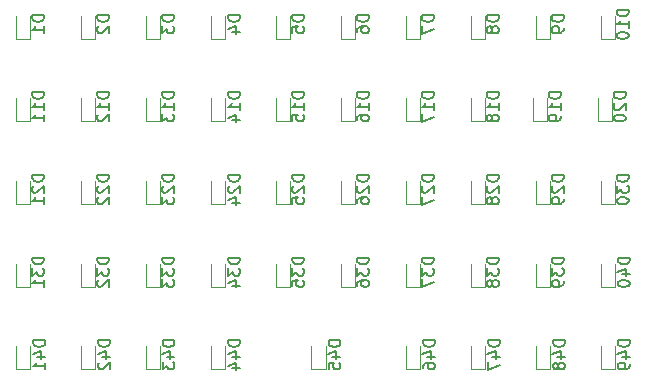
<source format=gbr>
%TF.GenerationSoftware,KiCad,Pcbnew,8.0.6-1.fc40*%
%TF.CreationDate,2025-02-15T15:48:19+01:00*%
%TF.ProjectId,airMouse-keyboard,6169724d-6f75-4736-952d-6b6579626f61,RC1*%
%TF.SameCoordinates,Original*%
%TF.FileFunction,Legend,Bot*%
%TF.FilePolarity,Positive*%
%FSLAX46Y46*%
G04 Gerber Fmt 4.6, Leading zero omitted, Abs format (unit mm)*
G04 Created by KiCad (PCBNEW 8.0.6-1.fc40) date 2025-02-15 15:48:19*
%MOMM*%
%LPD*%
G01*
G04 APERTURE LIST*
%ADD10C,0.150000*%
%ADD11C,0.120000*%
G04 APERTURE END LIST*
D10*
X100554819Y-114185714D02*
X99554819Y-114185714D01*
X99554819Y-114185714D02*
X99554819Y-114423809D01*
X99554819Y-114423809D02*
X99602438Y-114566666D01*
X99602438Y-114566666D02*
X99697676Y-114661904D01*
X99697676Y-114661904D02*
X99792914Y-114709523D01*
X99792914Y-114709523D02*
X99983390Y-114757142D01*
X99983390Y-114757142D02*
X100126247Y-114757142D01*
X100126247Y-114757142D02*
X100316723Y-114709523D01*
X100316723Y-114709523D02*
X100411961Y-114661904D01*
X100411961Y-114661904D02*
X100507200Y-114566666D01*
X100507200Y-114566666D02*
X100554819Y-114423809D01*
X100554819Y-114423809D02*
X100554819Y-114185714D01*
X99888152Y-115614285D02*
X100554819Y-115614285D01*
X99507200Y-115376190D02*
X100221485Y-115138095D01*
X100221485Y-115138095D02*
X100221485Y-115757142D01*
X99554819Y-116042857D02*
X99554819Y-116661904D01*
X99554819Y-116661904D02*
X99935771Y-116328571D01*
X99935771Y-116328571D02*
X99935771Y-116471428D01*
X99935771Y-116471428D02*
X99983390Y-116566666D01*
X99983390Y-116566666D02*
X100031009Y-116614285D01*
X100031009Y-116614285D02*
X100126247Y-116661904D01*
X100126247Y-116661904D02*
X100364342Y-116661904D01*
X100364342Y-116661904D02*
X100459580Y-116614285D01*
X100459580Y-116614285D02*
X100507200Y-116566666D01*
X100507200Y-116566666D02*
X100554819Y-116471428D01*
X100554819Y-116471428D02*
X100554819Y-116185714D01*
X100554819Y-116185714D02*
X100507200Y-116090476D01*
X100507200Y-116090476D02*
X100459580Y-116042857D01*
X100504819Y-93185714D02*
X99504819Y-93185714D01*
X99504819Y-93185714D02*
X99504819Y-93423809D01*
X99504819Y-93423809D02*
X99552438Y-93566666D01*
X99552438Y-93566666D02*
X99647676Y-93661904D01*
X99647676Y-93661904D02*
X99742914Y-93709523D01*
X99742914Y-93709523D02*
X99933390Y-93757142D01*
X99933390Y-93757142D02*
X100076247Y-93757142D01*
X100076247Y-93757142D02*
X100266723Y-93709523D01*
X100266723Y-93709523D02*
X100361961Y-93661904D01*
X100361961Y-93661904D02*
X100457200Y-93566666D01*
X100457200Y-93566666D02*
X100504819Y-93423809D01*
X100504819Y-93423809D02*
X100504819Y-93185714D01*
X100504819Y-94709523D02*
X100504819Y-94138095D01*
X100504819Y-94423809D02*
X99504819Y-94423809D01*
X99504819Y-94423809D02*
X99647676Y-94328571D01*
X99647676Y-94328571D02*
X99742914Y-94233333D01*
X99742914Y-94233333D02*
X99790533Y-94138095D01*
X99504819Y-95042857D02*
X99504819Y-95661904D01*
X99504819Y-95661904D02*
X99885771Y-95328571D01*
X99885771Y-95328571D02*
X99885771Y-95471428D01*
X99885771Y-95471428D02*
X99933390Y-95566666D01*
X99933390Y-95566666D02*
X99981009Y-95614285D01*
X99981009Y-95614285D02*
X100076247Y-95661904D01*
X100076247Y-95661904D02*
X100314342Y-95661904D01*
X100314342Y-95661904D02*
X100409580Y-95614285D01*
X100409580Y-95614285D02*
X100457200Y-95566666D01*
X100457200Y-95566666D02*
X100504819Y-95471428D01*
X100504819Y-95471428D02*
X100504819Y-95185714D01*
X100504819Y-95185714D02*
X100457200Y-95090476D01*
X100457200Y-95090476D02*
X100409580Y-95042857D01*
X95004819Y-93185714D02*
X94004819Y-93185714D01*
X94004819Y-93185714D02*
X94004819Y-93423809D01*
X94004819Y-93423809D02*
X94052438Y-93566666D01*
X94052438Y-93566666D02*
X94147676Y-93661904D01*
X94147676Y-93661904D02*
X94242914Y-93709523D01*
X94242914Y-93709523D02*
X94433390Y-93757142D01*
X94433390Y-93757142D02*
X94576247Y-93757142D01*
X94576247Y-93757142D02*
X94766723Y-93709523D01*
X94766723Y-93709523D02*
X94861961Y-93661904D01*
X94861961Y-93661904D02*
X94957200Y-93566666D01*
X94957200Y-93566666D02*
X95004819Y-93423809D01*
X95004819Y-93423809D02*
X95004819Y-93185714D01*
X95004819Y-94709523D02*
X95004819Y-94138095D01*
X95004819Y-94423809D02*
X94004819Y-94423809D01*
X94004819Y-94423809D02*
X94147676Y-94328571D01*
X94147676Y-94328571D02*
X94242914Y-94233333D01*
X94242914Y-94233333D02*
X94290533Y-94138095D01*
X94100057Y-95090476D02*
X94052438Y-95138095D01*
X94052438Y-95138095D02*
X94004819Y-95233333D01*
X94004819Y-95233333D02*
X94004819Y-95471428D01*
X94004819Y-95471428D02*
X94052438Y-95566666D01*
X94052438Y-95566666D02*
X94100057Y-95614285D01*
X94100057Y-95614285D02*
X94195295Y-95661904D01*
X94195295Y-95661904D02*
X94290533Y-95661904D01*
X94290533Y-95661904D02*
X94433390Y-95614285D01*
X94433390Y-95614285D02*
X95004819Y-95042857D01*
X95004819Y-95042857D02*
X95004819Y-95661904D01*
X89504819Y-86661905D02*
X88504819Y-86661905D01*
X88504819Y-86661905D02*
X88504819Y-86900000D01*
X88504819Y-86900000D02*
X88552438Y-87042857D01*
X88552438Y-87042857D02*
X88647676Y-87138095D01*
X88647676Y-87138095D02*
X88742914Y-87185714D01*
X88742914Y-87185714D02*
X88933390Y-87233333D01*
X88933390Y-87233333D02*
X89076247Y-87233333D01*
X89076247Y-87233333D02*
X89266723Y-87185714D01*
X89266723Y-87185714D02*
X89361961Y-87138095D01*
X89361961Y-87138095D02*
X89457200Y-87042857D01*
X89457200Y-87042857D02*
X89504819Y-86900000D01*
X89504819Y-86900000D02*
X89504819Y-86661905D01*
X89504819Y-88185714D02*
X89504819Y-87614286D01*
X89504819Y-87900000D02*
X88504819Y-87900000D01*
X88504819Y-87900000D02*
X88647676Y-87804762D01*
X88647676Y-87804762D02*
X88742914Y-87709524D01*
X88742914Y-87709524D02*
X88790533Y-87614286D01*
X139104819Y-114185714D02*
X138104819Y-114185714D01*
X138104819Y-114185714D02*
X138104819Y-114423809D01*
X138104819Y-114423809D02*
X138152438Y-114566666D01*
X138152438Y-114566666D02*
X138247676Y-114661904D01*
X138247676Y-114661904D02*
X138342914Y-114709523D01*
X138342914Y-114709523D02*
X138533390Y-114757142D01*
X138533390Y-114757142D02*
X138676247Y-114757142D01*
X138676247Y-114757142D02*
X138866723Y-114709523D01*
X138866723Y-114709523D02*
X138961961Y-114661904D01*
X138961961Y-114661904D02*
X139057200Y-114566666D01*
X139057200Y-114566666D02*
X139104819Y-114423809D01*
X139104819Y-114423809D02*
X139104819Y-114185714D01*
X138438152Y-115614285D02*
X139104819Y-115614285D01*
X138057200Y-115376190D02*
X138771485Y-115138095D01*
X138771485Y-115138095D02*
X138771485Y-115757142D01*
X139104819Y-116185714D02*
X139104819Y-116376190D01*
X139104819Y-116376190D02*
X139057200Y-116471428D01*
X139057200Y-116471428D02*
X139009580Y-116519047D01*
X139009580Y-116519047D02*
X138866723Y-116614285D01*
X138866723Y-116614285D02*
X138676247Y-116661904D01*
X138676247Y-116661904D02*
X138295295Y-116661904D01*
X138295295Y-116661904D02*
X138200057Y-116614285D01*
X138200057Y-116614285D02*
X138152438Y-116566666D01*
X138152438Y-116566666D02*
X138104819Y-116471428D01*
X138104819Y-116471428D02*
X138104819Y-116280952D01*
X138104819Y-116280952D02*
X138152438Y-116185714D01*
X138152438Y-116185714D02*
X138200057Y-116138095D01*
X138200057Y-116138095D02*
X138295295Y-116090476D01*
X138295295Y-116090476D02*
X138533390Y-116090476D01*
X138533390Y-116090476D02*
X138628628Y-116138095D01*
X138628628Y-116138095D02*
X138676247Y-116185714D01*
X138676247Y-116185714D02*
X138723866Y-116280952D01*
X138723866Y-116280952D02*
X138723866Y-116471428D01*
X138723866Y-116471428D02*
X138676247Y-116566666D01*
X138676247Y-116566666D02*
X138628628Y-116614285D01*
X138628628Y-116614285D02*
X138533390Y-116661904D01*
X133604819Y-114185714D02*
X132604819Y-114185714D01*
X132604819Y-114185714D02*
X132604819Y-114423809D01*
X132604819Y-114423809D02*
X132652438Y-114566666D01*
X132652438Y-114566666D02*
X132747676Y-114661904D01*
X132747676Y-114661904D02*
X132842914Y-114709523D01*
X132842914Y-114709523D02*
X133033390Y-114757142D01*
X133033390Y-114757142D02*
X133176247Y-114757142D01*
X133176247Y-114757142D02*
X133366723Y-114709523D01*
X133366723Y-114709523D02*
X133461961Y-114661904D01*
X133461961Y-114661904D02*
X133557200Y-114566666D01*
X133557200Y-114566666D02*
X133604819Y-114423809D01*
X133604819Y-114423809D02*
X133604819Y-114185714D01*
X132938152Y-115614285D02*
X133604819Y-115614285D01*
X132557200Y-115376190D02*
X133271485Y-115138095D01*
X133271485Y-115138095D02*
X133271485Y-115757142D01*
X133033390Y-116280952D02*
X132985771Y-116185714D01*
X132985771Y-116185714D02*
X132938152Y-116138095D01*
X132938152Y-116138095D02*
X132842914Y-116090476D01*
X132842914Y-116090476D02*
X132795295Y-116090476D01*
X132795295Y-116090476D02*
X132700057Y-116138095D01*
X132700057Y-116138095D02*
X132652438Y-116185714D01*
X132652438Y-116185714D02*
X132604819Y-116280952D01*
X132604819Y-116280952D02*
X132604819Y-116471428D01*
X132604819Y-116471428D02*
X132652438Y-116566666D01*
X132652438Y-116566666D02*
X132700057Y-116614285D01*
X132700057Y-116614285D02*
X132795295Y-116661904D01*
X132795295Y-116661904D02*
X132842914Y-116661904D01*
X132842914Y-116661904D02*
X132938152Y-116614285D01*
X132938152Y-116614285D02*
X132985771Y-116566666D01*
X132985771Y-116566666D02*
X133033390Y-116471428D01*
X133033390Y-116471428D02*
X133033390Y-116280952D01*
X133033390Y-116280952D02*
X133081009Y-116185714D01*
X133081009Y-116185714D02*
X133128628Y-116138095D01*
X133128628Y-116138095D02*
X133223866Y-116090476D01*
X133223866Y-116090476D02*
X133414342Y-116090476D01*
X133414342Y-116090476D02*
X133509580Y-116138095D01*
X133509580Y-116138095D02*
X133557200Y-116185714D01*
X133557200Y-116185714D02*
X133604819Y-116280952D01*
X133604819Y-116280952D02*
X133604819Y-116471428D01*
X133604819Y-116471428D02*
X133557200Y-116566666D01*
X133557200Y-116566666D02*
X133509580Y-116614285D01*
X133509580Y-116614285D02*
X133414342Y-116661904D01*
X133414342Y-116661904D02*
X133223866Y-116661904D01*
X133223866Y-116661904D02*
X133128628Y-116614285D01*
X133128628Y-116614285D02*
X133081009Y-116566666D01*
X133081009Y-116566666D02*
X133033390Y-116471428D01*
X117004819Y-100185714D02*
X116004819Y-100185714D01*
X116004819Y-100185714D02*
X116004819Y-100423809D01*
X116004819Y-100423809D02*
X116052438Y-100566666D01*
X116052438Y-100566666D02*
X116147676Y-100661904D01*
X116147676Y-100661904D02*
X116242914Y-100709523D01*
X116242914Y-100709523D02*
X116433390Y-100757142D01*
X116433390Y-100757142D02*
X116576247Y-100757142D01*
X116576247Y-100757142D02*
X116766723Y-100709523D01*
X116766723Y-100709523D02*
X116861961Y-100661904D01*
X116861961Y-100661904D02*
X116957200Y-100566666D01*
X116957200Y-100566666D02*
X117004819Y-100423809D01*
X117004819Y-100423809D02*
X117004819Y-100185714D01*
X116100057Y-101138095D02*
X116052438Y-101185714D01*
X116052438Y-101185714D02*
X116004819Y-101280952D01*
X116004819Y-101280952D02*
X116004819Y-101519047D01*
X116004819Y-101519047D02*
X116052438Y-101614285D01*
X116052438Y-101614285D02*
X116100057Y-101661904D01*
X116100057Y-101661904D02*
X116195295Y-101709523D01*
X116195295Y-101709523D02*
X116290533Y-101709523D01*
X116290533Y-101709523D02*
X116433390Y-101661904D01*
X116433390Y-101661904D02*
X117004819Y-101090476D01*
X117004819Y-101090476D02*
X117004819Y-101709523D01*
X116004819Y-102566666D02*
X116004819Y-102376190D01*
X116004819Y-102376190D02*
X116052438Y-102280952D01*
X116052438Y-102280952D02*
X116100057Y-102233333D01*
X116100057Y-102233333D02*
X116242914Y-102138095D01*
X116242914Y-102138095D02*
X116433390Y-102090476D01*
X116433390Y-102090476D02*
X116814342Y-102090476D01*
X116814342Y-102090476D02*
X116909580Y-102138095D01*
X116909580Y-102138095D02*
X116957200Y-102185714D01*
X116957200Y-102185714D02*
X117004819Y-102280952D01*
X117004819Y-102280952D02*
X117004819Y-102471428D01*
X117004819Y-102471428D02*
X116957200Y-102566666D01*
X116957200Y-102566666D02*
X116909580Y-102614285D01*
X116909580Y-102614285D02*
X116814342Y-102661904D01*
X116814342Y-102661904D02*
X116576247Y-102661904D01*
X116576247Y-102661904D02*
X116481009Y-102614285D01*
X116481009Y-102614285D02*
X116433390Y-102566666D01*
X116433390Y-102566666D02*
X116385771Y-102471428D01*
X116385771Y-102471428D02*
X116385771Y-102280952D01*
X116385771Y-102280952D02*
X116433390Y-102185714D01*
X116433390Y-102185714D02*
X116481009Y-102138095D01*
X116481009Y-102138095D02*
X116576247Y-102090476D01*
X122504819Y-100185714D02*
X121504819Y-100185714D01*
X121504819Y-100185714D02*
X121504819Y-100423809D01*
X121504819Y-100423809D02*
X121552438Y-100566666D01*
X121552438Y-100566666D02*
X121647676Y-100661904D01*
X121647676Y-100661904D02*
X121742914Y-100709523D01*
X121742914Y-100709523D02*
X121933390Y-100757142D01*
X121933390Y-100757142D02*
X122076247Y-100757142D01*
X122076247Y-100757142D02*
X122266723Y-100709523D01*
X122266723Y-100709523D02*
X122361961Y-100661904D01*
X122361961Y-100661904D02*
X122457200Y-100566666D01*
X122457200Y-100566666D02*
X122504819Y-100423809D01*
X122504819Y-100423809D02*
X122504819Y-100185714D01*
X121600057Y-101138095D02*
X121552438Y-101185714D01*
X121552438Y-101185714D02*
X121504819Y-101280952D01*
X121504819Y-101280952D02*
X121504819Y-101519047D01*
X121504819Y-101519047D02*
X121552438Y-101614285D01*
X121552438Y-101614285D02*
X121600057Y-101661904D01*
X121600057Y-101661904D02*
X121695295Y-101709523D01*
X121695295Y-101709523D02*
X121790533Y-101709523D01*
X121790533Y-101709523D02*
X121933390Y-101661904D01*
X121933390Y-101661904D02*
X122504819Y-101090476D01*
X122504819Y-101090476D02*
X122504819Y-101709523D01*
X121504819Y-102042857D02*
X121504819Y-102709523D01*
X121504819Y-102709523D02*
X122504819Y-102280952D01*
X122504819Y-107185714D02*
X121504819Y-107185714D01*
X121504819Y-107185714D02*
X121504819Y-107423809D01*
X121504819Y-107423809D02*
X121552438Y-107566666D01*
X121552438Y-107566666D02*
X121647676Y-107661904D01*
X121647676Y-107661904D02*
X121742914Y-107709523D01*
X121742914Y-107709523D02*
X121933390Y-107757142D01*
X121933390Y-107757142D02*
X122076247Y-107757142D01*
X122076247Y-107757142D02*
X122266723Y-107709523D01*
X122266723Y-107709523D02*
X122361961Y-107661904D01*
X122361961Y-107661904D02*
X122457200Y-107566666D01*
X122457200Y-107566666D02*
X122504819Y-107423809D01*
X122504819Y-107423809D02*
X122504819Y-107185714D01*
X121504819Y-108090476D02*
X121504819Y-108709523D01*
X121504819Y-108709523D02*
X121885771Y-108376190D01*
X121885771Y-108376190D02*
X121885771Y-108519047D01*
X121885771Y-108519047D02*
X121933390Y-108614285D01*
X121933390Y-108614285D02*
X121981009Y-108661904D01*
X121981009Y-108661904D02*
X122076247Y-108709523D01*
X122076247Y-108709523D02*
X122314342Y-108709523D01*
X122314342Y-108709523D02*
X122409580Y-108661904D01*
X122409580Y-108661904D02*
X122457200Y-108614285D01*
X122457200Y-108614285D02*
X122504819Y-108519047D01*
X122504819Y-108519047D02*
X122504819Y-108233333D01*
X122504819Y-108233333D02*
X122457200Y-108138095D01*
X122457200Y-108138095D02*
X122409580Y-108090476D01*
X121504819Y-109042857D02*
X121504819Y-109709523D01*
X121504819Y-109709523D02*
X122504819Y-109280952D01*
X117004819Y-107185714D02*
X116004819Y-107185714D01*
X116004819Y-107185714D02*
X116004819Y-107423809D01*
X116004819Y-107423809D02*
X116052438Y-107566666D01*
X116052438Y-107566666D02*
X116147676Y-107661904D01*
X116147676Y-107661904D02*
X116242914Y-107709523D01*
X116242914Y-107709523D02*
X116433390Y-107757142D01*
X116433390Y-107757142D02*
X116576247Y-107757142D01*
X116576247Y-107757142D02*
X116766723Y-107709523D01*
X116766723Y-107709523D02*
X116861961Y-107661904D01*
X116861961Y-107661904D02*
X116957200Y-107566666D01*
X116957200Y-107566666D02*
X117004819Y-107423809D01*
X117004819Y-107423809D02*
X117004819Y-107185714D01*
X116004819Y-108090476D02*
X116004819Y-108709523D01*
X116004819Y-108709523D02*
X116385771Y-108376190D01*
X116385771Y-108376190D02*
X116385771Y-108519047D01*
X116385771Y-108519047D02*
X116433390Y-108614285D01*
X116433390Y-108614285D02*
X116481009Y-108661904D01*
X116481009Y-108661904D02*
X116576247Y-108709523D01*
X116576247Y-108709523D02*
X116814342Y-108709523D01*
X116814342Y-108709523D02*
X116909580Y-108661904D01*
X116909580Y-108661904D02*
X116957200Y-108614285D01*
X116957200Y-108614285D02*
X117004819Y-108519047D01*
X117004819Y-108519047D02*
X117004819Y-108233333D01*
X117004819Y-108233333D02*
X116957200Y-108138095D01*
X116957200Y-108138095D02*
X116909580Y-108090476D01*
X116004819Y-109566666D02*
X116004819Y-109376190D01*
X116004819Y-109376190D02*
X116052438Y-109280952D01*
X116052438Y-109280952D02*
X116100057Y-109233333D01*
X116100057Y-109233333D02*
X116242914Y-109138095D01*
X116242914Y-109138095D02*
X116433390Y-109090476D01*
X116433390Y-109090476D02*
X116814342Y-109090476D01*
X116814342Y-109090476D02*
X116909580Y-109138095D01*
X116909580Y-109138095D02*
X116957200Y-109185714D01*
X116957200Y-109185714D02*
X117004819Y-109280952D01*
X117004819Y-109280952D02*
X117004819Y-109471428D01*
X117004819Y-109471428D02*
X116957200Y-109566666D01*
X116957200Y-109566666D02*
X116909580Y-109614285D01*
X116909580Y-109614285D02*
X116814342Y-109661904D01*
X116814342Y-109661904D02*
X116576247Y-109661904D01*
X116576247Y-109661904D02*
X116481009Y-109614285D01*
X116481009Y-109614285D02*
X116433390Y-109566666D01*
X116433390Y-109566666D02*
X116385771Y-109471428D01*
X116385771Y-109471428D02*
X116385771Y-109280952D01*
X116385771Y-109280952D02*
X116433390Y-109185714D01*
X116433390Y-109185714D02*
X116481009Y-109138095D01*
X116481009Y-109138095D02*
X116576247Y-109090476D01*
X133504819Y-86661905D02*
X132504819Y-86661905D01*
X132504819Y-86661905D02*
X132504819Y-86900000D01*
X132504819Y-86900000D02*
X132552438Y-87042857D01*
X132552438Y-87042857D02*
X132647676Y-87138095D01*
X132647676Y-87138095D02*
X132742914Y-87185714D01*
X132742914Y-87185714D02*
X132933390Y-87233333D01*
X132933390Y-87233333D02*
X133076247Y-87233333D01*
X133076247Y-87233333D02*
X133266723Y-87185714D01*
X133266723Y-87185714D02*
X133361961Y-87138095D01*
X133361961Y-87138095D02*
X133457200Y-87042857D01*
X133457200Y-87042857D02*
X133504819Y-86900000D01*
X133504819Y-86900000D02*
X133504819Y-86661905D01*
X133504819Y-87709524D02*
X133504819Y-87900000D01*
X133504819Y-87900000D02*
X133457200Y-87995238D01*
X133457200Y-87995238D02*
X133409580Y-88042857D01*
X133409580Y-88042857D02*
X133266723Y-88138095D01*
X133266723Y-88138095D02*
X133076247Y-88185714D01*
X133076247Y-88185714D02*
X132695295Y-88185714D01*
X132695295Y-88185714D02*
X132600057Y-88138095D01*
X132600057Y-88138095D02*
X132552438Y-88090476D01*
X132552438Y-88090476D02*
X132504819Y-87995238D01*
X132504819Y-87995238D02*
X132504819Y-87804762D01*
X132504819Y-87804762D02*
X132552438Y-87709524D01*
X132552438Y-87709524D02*
X132600057Y-87661905D01*
X132600057Y-87661905D02*
X132695295Y-87614286D01*
X132695295Y-87614286D02*
X132933390Y-87614286D01*
X132933390Y-87614286D02*
X133028628Y-87661905D01*
X133028628Y-87661905D02*
X133076247Y-87709524D01*
X133076247Y-87709524D02*
X133123866Y-87804762D01*
X133123866Y-87804762D02*
X133123866Y-87995238D01*
X133123866Y-87995238D02*
X133076247Y-88090476D01*
X133076247Y-88090476D02*
X133028628Y-88138095D01*
X133028628Y-88138095D02*
X132933390Y-88185714D01*
X100504819Y-100185714D02*
X99504819Y-100185714D01*
X99504819Y-100185714D02*
X99504819Y-100423809D01*
X99504819Y-100423809D02*
X99552438Y-100566666D01*
X99552438Y-100566666D02*
X99647676Y-100661904D01*
X99647676Y-100661904D02*
X99742914Y-100709523D01*
X99742914Y-100709523D02*
X99933390Y-100757142D01*
X99933390Y-100757142D02*
X100076247Y-100757142D01*
X100076247Y-100757142D02*
X100266723Y-100709523D01*
X100266723Y-100709523D02*
X100361961Y-100661904D01*
X100361961Y-100661904D02*
X100457200Y-100566666D01*
X100457200Y-100566666D02*
X100504819Y-100423809D01*
X100504819Y-100423809D02*
X100504819Y-100185714D01*
X99600057Y-101138095D02*
X99552438Y-101185714D01*
X99552438Y-101185714D02*
X99504819Y-101280952D01*
X99504819Y-101280952D02*
X99504819Y-101519047D01*
X99504819Y-101519047D02*
X99552438Y-101614285D01*
X99552438Y-101614285D02*
X99600057Y-101661904D01*
X99600057Y-101661904D02*
X99695295Y-101709523D01*
X99695295Y-101709523D02*
X99790533Y-101709523D01*
X99790533Y-101709523D02*
X99933390Y-101661904D01*
X99933390Y-101661904D02*
X100504819Y-101090476D01*
X100504819Y-101090476D02*
X100504819Y-101709523D01*
X99504819Y-102042857D02*
X99504819Y-102661904D01*
X99504819Y-102661904D02*
X99885771Y-102328571D01*
X99885771Y-102328571D02*
X99885771Y-102471428D01*
X99885771Y-102471428D02*
X99933390Y-102566666D01*
X99933390Y-102566666D02*
X99981009Y-102614285D01*
X99981009Y-102614285D02*
X100076247Y-102661904D01*
X100076247Y-102661904D02*
X100314342Y-102661904D01*
X100314342Y-102661904D02*
X100409580Y-102614285D01*
X100409580Y-102614285D02*
X100457200Y-102566666D01*
X100457200Y-102566666D02*
X100504819Y-102471428D01*
X100504819Y-102471428D02*
X100504819Y-102185714D01*
X100504819Y-102185714D02*
X100457200Y-102090476D01*
X100457200Y-102090476D02*
X100409580Y-102042857D01*
X128104819Y-114185714D02*
X127104819Y-114185714D01*
X127104819Y-114185714D02*
X127104819Y-114423809D01*
X127104819Y-114423809D02*
X127152438Y-114566666D01*
X127152438Y-114566666D02*
X127247676Y-114661904D01*
X127247676Y-114661904D02*
X127342914Y-114709523D01*
X127342914Y-114709523D02*
X127533390Y-114757142D01*
X127533390Y-114757142D02*
X127676247Y-114757142D01*
X127676247Y-114757142D02*
X127866723Y-114709523D01*
X127866723Y-114709523D02*
X127961961Y-114661904D01*
X127961961Y-114661904D02*
X128057200Y-114566666D01*
X128057200Y-114566666D02*
X128104819Y-114423809D01*
X128104819Y-114423809D02*
X128104819Y-114185714D01*
X127438152Y-115614285D02*
X128104819Y-115614285D01*
X127057200Y-115376190D02*
X127771485Y-115138095D01*
X127771485Y-115138095D02*
X127771485Y-115757142D01*
X127104819Y-116042857D02*
X127104819Y-116709523D01*
X127104819Y-116709523D02*
X128104819Y-116280952D01*
X89604819Y-114185714D02*
X88604819Y-114185714D01*
X88604819Y-114185714D02*
X88604819Y-114423809D01*
X88604819Y-114423809D02*
X88652438Y-114566666D01*
X88652438Y-114566666D02*
X88747676Y-114661904D01*
X88747676Y-114661904D02*
X88842914Y-114709523D01*
X88842914Y-114709523D02*
X89033390Y-114757142D01*
X89033390Y-114757142D02*
X89176247Y-114757142D01*
X89176247Y-114757142D02*
X89366723Y-114709523D01*
X89366723Y-114709523D02*
X89461961Y-114661904D01*
X89461961Y-114661904D02*
X89557200Y-114566666D01*
X89557200Y-114566666D02*
X89604819Y-114423809D01*
X89604819Y-114423809D02*
X89604819Y-114185714D01*
X88938152Y-115614285D02*
X89604819Y-115614285D01*
X88557200Y-115376190D02*
X89271485Y-115138095D01*
X89271485Y-115138095D02*
X89271485Y-115757142D01*
X89604819Y-116661904D02*
X89604819Y-116090476D01*
X89604819Y-116376190D02*
X88604819Y-116376190D01*
X88604819Y-116376190D02*
X88747676Y-116280952D01*
X88747676Y-116280952D02*
X88842914Y-116185714D01*
X88842914Y-116185714D02*
X88890533Y-116090476D01*
X138754819Y-93185714D02*
X137754819Y-93185714D01*
X137754819Y-93185714D02*
X137754819Y-93423809D01*
X137754819Y-93423809D02*
X137802438Y-93566666D01*
X137802438Y-93566666D02*
X137897676Y-93661904D01*
X137897676Y-93661904D02*
X137992914Y-93709523D01*
X137992914Y-93709523D02*
X138183390Y-93757142D01*
X138183390Y-93757142D02*
X138326247Y-93757142D01*
X138326247Y-93757142D02*
X138516723Y-93709523D01*
X138516723Y-93709523D02*
X138611961Y-93661904D01*
X138611961Y-93661904D02*
X138707200Y-93566666D01*
X138707200Y-93566666D02*
X138754819Y-93423809D01*
X138754819Y-93423809D02*
X138754819Y-93185714D01*
X137850057Y-94138095D02*
X137802438Y-94185714D01*
X137802438Y-94185714D02*
X137754819Y-94280952D01*
X137754819Y-94280952D02*
X137754819Y-94519047D01*
X137754819Y-94519047D02*
X137802438Y-94614285D01*
X137802438Y-94614285D02*
X137850057Y-94661904D01*
X137850057Y-94661904D02*
X137945295Y-94709523D01*
X137945295Y-94709523D02*
X138040533Y-94709523D01*
X138040533Y-94709523D02*
X138183390Y-94661904D01*
X138183390Y-94661904D02*
X138754819Y-94090476D01*
X138754819Y-94090476D02*
X138754819Y-94709523D01*
X137754819Y-95328571D02*
X137754819Y-95423809D01*
X137754819Y-95423809D02*
X137802438Y-95519047D01*
X137802438Y-95519047D02*
X137850057Y-95566666D01*
X137850057Y-95566666D02*
X137945295Y-95614285D01*
X137945295Y-95614285D02*
X138135771Y-95661904D01*
X138135771Y-95661904D02*
X138373866Y-95661904D01*
X138373866Y-95661904D02*
X138564342Y-95614285D01*
X138564342Y-95614285D02*
X138659580Y-95566666D01*
X138659580Y-95566666D02*
X138707200Y-95519047D01*
X138707200Y-95519047D02*
X138754819Y-95423809D01*
X138754819Y-95423809D02*
X138754819Y-95328571D01*
X138754819Y-95328571D02*
X138707200Y-95233333D01*
X138707200Y-95233333D02*
X138659580Y-95185714D01*
X138659580Y-95185714D02*
X138564342Y-95138095D01*
X138564342Y-95138095D02*
X138373866Y-95090476D01*
X138373866Y-95090476D02*
X138135771Y-95090476D01*
X138135771Y-95090476D02*
X137945295Y-95138095D01*
X137945295Y-95138095D02*
X137850057Y-95185714D01*
X137850057Y-95185714D02*
X137802438Y-95233333D01*
X137802438Y-95233333D02*
X137754819Y-95328571D01*
X106104819Y-93185714D02*
X105104819Y-93185714D01*
X105104819Y-93185714D02*
X105104819Y-93423809D01*
X105104819Y-93423809D02*
X105152438Y-93566666D01*
X105152438Y-93566666D02*
X105247676Y-93661904D01*
X105247676Y-93661904D02*
X105342914Y-93709523D01*
X105342914Y-93709523D02*
X105533390Y-93757142D01*
X105533390Y-93757142D02*
X105676247Y-93757142D01*
X105676247Y-93757142D02*
X105866723Y-93709523D01*
X105866723Y-93709523D02*
X105961961Y-93661904D01*
X105961961Y-93661904D02*
X106057200Y-93566666D01*
X106057200Y-93566666D02*
X106104819Y-93423809D01*
X106104819Y-93423809D02*
X106104819Y-93185714D01*
X106104819Y-94709523D02*
X106104819Y-94138095D01*
X106104819Y-94423809D02*
X105104819Y-94423809D01*
X105104819Y-94423809D02*
X105247676Y-94328571D01*
X105247676Y-94328571D02*
X105342914Y-94233333D01*
X105342914Y-94233333D02*
X105390533Y-94138095D01*
X105438152Y-95566666D02*
X106104819Y-95566666D01*
X105057200Y-95328571D02*
X105771485Y-95090476D01*
X105771485Y-95090476D02*
X105771485Y-95709523D01*
X133254819Y-93185714D02*
X132254819Y-93185714D01*
X132254819Y-93185714D02*
X132254819Y-93423809D01*
X132254819Y-93423809D02*
X132302438Y-93566666D01*
X132302438Y-93566666D02*
X132397676Y-93661904D01*
X132397676Y-93661904D02*
X132492914Y-93709523D01*
X132492914Y-93709523D02*
X132683390Y-93757142D01*
X132683390Y-93757142D02*
X132826247Y-93757142D01*
X132826247Y-93757142D02*
X133016723Y-93709523D01*
X133016723Y-93709523D02*
X133111961Y-93661904D01*
X133111961Y-93661904D02*
X133207200Y-93566666D01*
X133207200Y-93566666D02*
X133254819Y-93423809D01*
X133254819Y-93423809D02*
X133254819Y-93185714D01*
X133254819Y-94709523D02*
X133254819Y-94138095D01*
X133254819Y-94423809D02*
X132254819Y-94423809D01*
X132254819Y-94423809D02*
X132397676Y-94328571D01*
X132397676Y-94328571D02*
X132492914Y-94233333D01*
X132492914Y-94233333D02*
X132540533Y-94138095D01*
X133254819Y-95185714D02*
X133254819Y-95376190D01*
X133254819Y-95376190D02*
X133207200Y-95471428D01*
X133207200Y-95471428D02*
X133159580Y-95519047D01*
X133159580Y-95519047D02*
X133016723Y-95614285D01*
X133016723Y-95614285D02*
X132826247Y-95661904D01*
X132826247Y-95661904D02*
X132445295Y-95661904D01*
X132445295Y-95661904D02*
X132350057Y-95614285D01*
X132350057Y-95614285D02*
X132302438Y-95566666D01*
X132302438Y-95566666D02*
X132254819Y-95471428D01*
X132254819Y-95471428D02*
X132254819Y-95280952D01*
X132254819Y-95280952D02*
X132302438Y-95185714D01*
X132302438Y-95185714D02*
X132350057Y-95138095D01*
X132350057Y-95138095D02*
X132445295Y-95090476D01*
X132445295Y-95090476D02*
X132683390Y-95090476D01*
X132683390Y-95090476D02*
X132778628Y-95138095D01*
X132778628Y-95138095D02*
X132826247Y-95185714D01*
X132826247Y-95185714D02*
X132873866Y-95280952D01*
X132873866Y-95280952D02*
X132873866Y-95471428D01*
X132873866Y-95471428D02*
X132826247Y-95566666D01*
X132826247Y-95566666D02*
X132778628Y-95614285D01*
X132778628Y-95614285D02*
X132683390Y-95661904D01*
X111504819Y-93185714D02*
X110504819Y-93185714D01*
X110504819Y-93185714D02*
X110504819Y-93423809D01*
X110504819Y-93423809D02*
X110552438Y-93566666D01*
X110552438Y-93566666D02*
X110647676Y-93661904D01*
X110647676Y-93661904D02*
X110742914Y-93709523D01*
X110742914Y-93709523D02*
X110933390Y-93757142D01*
X110933390Y-93757142D02*
X111076247Y-93757142D01*
X111076247Y-93757142D02*
X111266723Y-93709523D01*
X111266723Y-93709523D02*
X111361961Y-93661904D01*
X111361961Y-93661904D02*
X111457200Y-93566666D01*
X111457200Y-93566666D02*
X111504819Y-93423809D01*
X111504819Y-93423809D02*
X111504819Y-93185714D01*
X111504819Y-94709523D02*
X111504819Y-94138095D01*
X111504819Y-94423809D02*
X110504819Y-94423809D01*
X110504819Y-94423809D02*
X110647676Y-94328571D01*
X110647676Y-94328571D02*
X110742914Y-94233333D01*
X110742914Y-94233333D02*
X110790533Y-94138095D01*
X110504819Y-95614285D02*
X110504819Y-95138095D01*
X110504819Y-95138095D02*
X110981009Y-95090476D01*
X110981009Y-95090476D02*
X110933390Y-95138095D01*
X110933390Y-95138095D02*
X110885771Y-95233333D01*
X110885771Y-95233333D02*
X110885771Y-95471428D01*
X110885771Y-95471428D02*
X110933390Y-95566666D01*
X110933390Y-95566666D02*
X110981009Y-95614285D01*
X110981009Y-95614285D02*
X111076247Y-95661904D01*
X111076247Y-95661904D02*
X111314342Y-95661904D01*
X111314342Y-95661904D02*
X111409580Y-95614285D01*
X111409580Y-95614285D02*
X111457200Y-95566666D01*
X111457200Y-95566666D02*
X111504819Y-95471428D01*
X111504819Y-95471428D02*
X111504819Y-95233333D01*
X111504819Y-95233333D02*
X111457200Y-95138095D01*
X111457200Y-95138095D02*
X111409580Y-95090476D01*
X139004819Y-100185714D02*
X138004819Y-100185714D01*
X138004819Y-100185714D02*
X138004819Y-100423809D01*
X138004819Y-100423809D02*
X138052438Y-100566666D01*
X138052438Y-100566666D02*
X138147676Y-100661904D01*
X138147676Y-100661904D02*
X138242914Y-100709523D01*
X138242914Y-100709523D02*
X138433390Y-100757142D01*
X138433390Y-100757142D02*
X138576247Y-100757142D01*
X138576247Y-100757142D02*
X138766723Y-100709523D01*
X138766723Y-100709523D02*
X138861961Y-100661904D01*
X138861961Y-100661904D02*
X138957200Y-100566666D01*
X138957200Y-100566666D02*
X139004819Y-100423809D01*
X139004819Y-100423809D02*
X139004819Y-100185714D01*
X138004819Y-101090476D02*
X138004819Y-101709523D01*
X138004819Y-101709523D02*
X138385771Y-101376190D01*
X138385771Y-101376190D02*
X138385771Y-101519047D01*
X138385771Y-101519047D02*
X138433390Y-101614285D01*
X138433390Y-101614285D02*
X138481009Y-101661904D01*
X138481009Y-101661904D02*
X138576247Y-101709523D01*
X138576247Y-101709523D02*
X138814342Y-101709523D01*
X138814342Y-101709523D02*
X138909580Y-101661904D01*
X138909580Y-101661904D02*
X138957200Y-101614285D01*
X138957200Y-101614285D02*
X139004819Y-101519047D01*
X139004819Y-101519047D02*
X139004819Y-101233333D01*
X139004819Y-101233333D02*
X138957200Y-101138095D01*
X138957200Y-101138095D02*
X138909580Y-101090476D01*
X138004819Y-102328571D02*
X138004819Y-102423809D01*
X138004819Y-102423809D02*
X138052438Y-102519047D01*
X138052438Y-102519047D02*
X138100057Y-102566666D01*
X138100057Y-102566666D02*
X138195295Y-102614285D01*
X138195295Y-102614285D02*
X138385771Y-102661904D01*
X138385771Y-102661904D02*
X138623866Y-102661904D01*
X138623866Y-102661904D02*
X138814342Y-102614285D01*
X138814342Y-102614285D02*
X138909580Y-102566666D01*
X138909580Y-102566666D02*
X138957200Y-102519047D01*
X138957200Y-102519047D02*
X139004819Y-102423809D01*
X139004819Y-102423809D02*
X139004819Y-102328571D01*
X139004819Y-102328571D02*
X138957200Y-102233333D01*
X138957200Y-102233333D02*
X138909580Y-102185714D01*
X138909580Y-102185714D02*
X138814342Y-102138095D01*
X138814342Y-102138095D02*
X138623866Y-102090476D01*
X138623866Y-102090476D02*
X138385771Y-102090476D01*
X138385771Y-102090476D02*
X138195295Y-102138095D01*
X138195295Y-102138095D02*
X138100057Y-102185714D01*
X138100057Y-102185714D02*
X138052438Y-102233333D01*
X138052438Y-102233333D02*
X138004819Y-102328571D01*
X111504819Y-86661905D02*
X110504819Y-86661905D01*
X110504819Y-86661905D02*
X110504819Y-86900000D01*
X110504819Y-86900000D02*
X110552438Y-87042857D01*
X110552438Y-87042857D02*
X110647676Y-87138095D01*
X110647676Y-87138095D02*
X110742914Y-87185714D01*
X110742914Y-87185714D02*
X110933390Y-87233333D01*
X110933390Y-87233333D02*
X111076247Y-87233333D01*
X111076247Y-87233333D02*
X111266723Y-87185714D01*
X111266723Y-87185714D02*
X111361961Y-87138095D01*
X111361961Y-87138095D02*
X111457200Y-87042857D01*
X111457200Y-87042857D02*
X111504819Y-86900000D01*
X111504819Y-86900000D02*
X111504819Y-86661905D01*
X110504819Y-88138095D02*
X110504819Y-87661905D01*
X110504819Y-87661905D02*
X110981009Y-87614286D01*
X110981009Y-87614286D02*
X110933390Y-87661905D01*
X110933390Y-87661905D02*
X110885771Y-87757143D01*
X110885771Y-87757143D02*
X110885771Y-87995238D01*
X110885771Y-87995238D02*
X110933390Y-88090476D01*
X110933390Y-88090476D02*
X110981009Y-88138095D01*
X110981009Y-88138095D02*
X111076247Y-88185714D01*
X111076247Y-88185714D02*
X111314342Y-88185714D01*
X111314342Y-88185714D02*
X111409580Y-88138095D01*
X111409580Y-88138095D02*
X111457200Y-88090476D01*
X111457200Y-88090476D02*
X111504819Y-87995238D01*
X111504819Y-87995238D02*
X111504819Y-87757143D01*
X111504819Y-87757143D02*
X111457200Y-87661905D01*
X111457200Y-87661905D02*
X111409580Y-87614286D01*
X89504819Y-93185714D02*
X88504819Y-93185714D01*
X88504819Y-93185714D02*
X88504819Y-93423809D01*
X88504819Y-93423809D02*
X88552438Y-93566666D01*
X88552438Y-93566666D02*
X88647676Y-93661904D01*
X88647676Y-93661904D02*
X88742914Y-93709523D01*
X88742914Y-93709523D02*
X88933390Y-93757142D01*
X88933390Y-93757142D02*
X89076247Y-93757142D01*
X89076247Y-93757142D02*
X89266723Y-93709523D01*
X89266723Y-93709523D02*
X89361961Y-93661904D01*
X89361961Y-93661904D02*
X89457200Y-93566666D01*
X89457200Y-93566666D02*
X89504819Y-93423809D01*
X89504819Y-93423809D02*
X89504819Y-93185714D01*
X89504819Y-94709523D02*
X89504819Y-94138095D01*
X89504819Y-94423809D02*
X88504819Y-94423809D01*
X88504819Y-94423809D02*
X88647676Y-94328571D01*
X88647676Y-94328571D02*
X88742914Y-94233333D01*
X88742914Y-94233333D02*
X88790533Y-94138095D01*
X89504819Y-95661904D02*
X89504819Y-95090476D01*
X89504819Y-95376190D02*
X88504819Y-95376190D01*
X88504819Y-95376190D02*
X88647676Y-95280952D01*
X88647676Y-95280952D02*
X88742914Y-95185714D01*
X88742914Y-95185714D02*
X88790533Y-95090476D01*
X111504819Y-107185714D02*
X110504819Y-107185714D01*
X110504819Y-107185714D02*
X110504819Y-107423809D01*
X110504819Y-107423809D02*
X110552438Y-107566666D01*
X110552438Y-107566666D02*
X110647676Y-107661904D01*
X110647676Y-107661904D02*
X110742914Y-107709523D01*
X110742914Y-107709523D02*
X110933390Y-107757142D01*
X110933390Y-107757142D02*
X111076247Y-107757142D01*
X111076247Y-107757142D02*
X111266723Y-107709523D01*
X111266723Y-107709523D02*
X111361961Y-107661904D01*
X111361961Y-107661904D02*
X111457200Y-107566666D01*
X111457200Y-107566666D02*
X111504819Y-107423809D01*
X111504819Y-107423809D02*
X111504819Y-107185714D01*
X110504819Y-108090476D02*
X110504819Y-108709523D01*
X110504819Y-108709523D02*
X110885771Y-108376190D01*
X110885771Y-108376190D02*
X110885771Y-108519047D01*
X110885771Y-108519047D02*
X110933390Y-108614285D01*
X110933390Y-108614285D02*
X110981009Y-108661904D01*
X110981009Y-108661904D02*
X111076247Y-108709523D01*
X111076247Y-108709523D02*
X111314342Y-108709523D01*
X111314342Y-108709523D02*
X111409580Y-108661904D01*
X111409580Y-108661904D02*
X111457200Y-108614285D01*
X111457200Y-108614285D02*
X111504819Y-108519047D01*
X111504819Y-108519047D02*
X111504819Y-108233333D01*
X111504819Y-108233333D02*
X111457200Y-108138095D01*
X111457200Y-108138095D02*
X111409580Y-108090476D01*
X110504819Y-109614285D02*
X110504819Y-109138095D01*
X110504819Y-109138095D02*
X110981009Y-109090476D01*
X110981009Y-109090476D02*
X110933390Y-109138095D01*
X110933390Y-109138095D02*
X110885771Y-109233333D01*
X110885771Y-109233333D02*
X110885771Y-109471428D01*
X110885771Y-109471428D02*
X110933390Y-109566666D01*
X110933390Y-109566666D02*
X110981009Y-109614285D01*
X110981009Y-109614285D02*
X111076247Y-109661904D01*
X111076247Y-109661904D02*
X111314342Y-109661904D01*
X111314342Y-109661904D02*
X111409580Y-109614285D01*
X111409580Y-109614285D02*
X111457200Y-109566666D01*
X111457200Y-109566666D02*
X111504819Y-109471428D01*
X111504819Y-109471428D02*
X111504819Y-109233333D01*
X111504819Y-109233333D02*
X111457200Y-109138095D01*
X111457200Y-109138095D02*
X111409580Y-109090476D01*
X133504819Y-107185714D02*
X132504819Y-107185714D01*
X132504819Y-107185714D02*
X132504819Y-107423809D01*
X132504819Y-107423809D02*
X132552438Y-107566666D01*
X132552438Y-107566666D02*
X132647676Y-107661904D01*
X132647676Y-107661904D02*
X132742914Y-107709523D01*
X132742914Y-107709523D02*
X132933390Y-107757142D01*
X132933390Y-107757142D02*
X133076247Y-107757142D01*
X133076247Y-107757142D02*
X133266723Y-107709523D01*
X133266723Y-107709523D02*
X133361961Y-107661904D01*
X133361961Y-107661904D02*
X133457200Y-107566666D01*
X133457200Y-107566666D02*
X133504819Y-107423809D01*
X133504819Y-107423809D02*
X133504819Y-107185714D01*
X132504819Y-108090476D02*
X132504819Y-108709523D01*
X132504819Y-108709523D02*
X132885771Y-108376190D01*
X132885771Y-108376190D02*
X132885771Y-108519047D01*
X132885771Y-108519047D02*
X132933390Y-108614285D01*
X132933390Y-108614285D02*
X132981009Y-108661904D01*
X132981009Y-108661904D02*
X133076247Y-108709523D01*
X133076247Y-108709523D02*
X133314342Y-108709523D01*
X133314342Y-108709523D02*
X133409580Y-108661904D01*
X133409580Y-108661904D02*
X133457200Y-108614285D01*
X133457200Y-108614285D02*
X133504819Y-108519047D01*
X133504819Y-108519047D02*
X133504819Y-108233333D01*
X133504819Y-108233333D02*
X133457200Y-108138095D01*
X133457200Y-108138095D02*
X133409580Y-108090476D01*
X133504819Y-109185714D02*
X133504819Y-109376190D01*
X133504819Y-109376190D02*
X133457200Y-109471428D01*
X133457200Y-109471428D02*
X133409580Y-109519047D01*
X133409580Y-109519047D02*
X133266723Y-109614285D01*
X133266723Y-109614285D02*
X133076247Y-109661904D01*
X133076247Y-109661904D02*
X132695295Y-109661904D01*
X132695295Y-109661904D02*
X132600057Y-109614285D01*
X132600057Y-109614285D02*
X132552438Y-109566666D01*
X132552438Y-109566666D02*
X132504819Y-109471428D01*
X132504819Y-109471428D02*
X132504819Y-109280952D01*
X132504819Y-109280952D02*
X132552438Y-109185714D01*
X132552438Y-109185714D02*
X132600057Y-109138095D01*
X132600057Y-109138095D02*
X132695295Y-109090476D01*
X132695295Y-109090476D02*
X132933390Y-109090476D01*
X132933390Y-109090476D02*
X133028628Y-109138095D01*
X133028628Y-109138095D02*
X133076247Y-109185714D01*
X133076247Y-109185714D02*
X133123866Y-109280952D01*
X133123866Y-109280952D02*
X133123866Y-109471428D01*
X133123866Y-109471428D02*
X133076247Y-109566666D01*
X133076247Y-109566666D02*
X133028628Y-109614285D01*
X133028628Y-109614285D02*
X132933390Y-109661904D01*
X139104819Y-107185714D02*
X138104819Y-107185714D01*
X138104819Y-107185714D02*
X138104819Y-107423809D01*
X138104819Y-107423809D02*
X138152438Y-107566666D01*
X138152438Y-107566666D02*
X138247676Y-107661904D01*
X138247676Y-107661904D02*
X138342914Y-107709523D01*
X138342914Y-107709523D02*
X138533390Y-107757142D01*
X138533390Y-107757142D02*
X138676247Y-107757142D01*
X138676247Y-107757142D02*
X138866723Y-107709523D01*
X138866723Y-107709523D02*
X138961961Y-107661904D01*
X138961961Y-107661904D02*
X139057200Y-107566666D01*
X139057200Y-107566666D02*
X139104819Y-107423809D01*
X139104819Y-107423809D02*
X139104819Y-107185714D01*
X138438152Y-108614285D02*
X139104819Y-108614285D01*
X138057200Y-108376190D02*
X138771485Y-108138095D01*
X138771485Y-108138095D02*
X138771485Y-108757142D01*
X138104819Y-109328571D02*
X138104819Y-109423809D01*
X138104819Y-109423809D02*
X138152438Y-109519047D01*
X138152438Y-109519047D02*
X138200057Y-109566666D01*
X138200057Y-109566666D02*
X138295295Y-109614285D01*
X138295295Y-109614285D02*
X138485771Y-109661904D01*
X138485771Y-109661904D02*
X138723866Y-109661904D01*
X138723866Y-109661904D02*
X138914342Y-109614285D01*
X138914342Y-109614285D02*
X139009580Y-109566666D01*
X139009580Y-109566666D02*
X139057200Y-109519047D01*
X139057200Y-109519047D02*
X139104819Y-109423809D01*
X139104819Y-109423809D02*
X139104819Y-109328571D01*
X139104819Y-109328571D02*
X139057200Y-109233333D01*
X139057200Y-109233333D02*
X139009580Y-109185714D01*
X139009580Y-109185714D02*
X138914342Y-109138095D01*
X138914342Y-109138095D02*
X138723866Y-109090476D01*
X138723866Y-109090476D02*
X138485771Y-109090476D01*
X138485771Y-109090476D02*
X138295295Y-109138095D01*
X138295295Y-109138095D02*
X138200057Y-109185714D01*
X138200057Y-109185714D02*
X138152438Y-109233333D01*
X138152438Y-109233333D02*
X138104819Y-109328571D01*
X117004819Y-86661905D02*
X116004819Y-86661905D01*
X116004819Y-86661905D02*
X116004819Y-86900000D01*
X116004819Y-86900000D02*
X116052438Y-87042857D01*
X116052438Y-87042857D02*
X116147676Y-87138095D01*
X116147676Y-87138095D02*
X116242914Y-87185714D01*
X116242914Y-87185714D02*
X116433390Y-87233333D01*
X116433390Y-87233333D02*
X116576247Y-87233333D01*
X116576247Y-87233333D02*
X116766723Y-87185714D01*
X116766723Y-87185714D02*
X116861961Y-87138095D01*
X116861961Y-87138095D02*
X116957200Y-87042857D01*
X116957200Y-87042857D02*
X117004819Y-86900000D01*
X117004819Y-86900000D02*
X117004819Y-86661905D01*
X116004819Y-88090476D02*
X116004819Y-87900000D01*
X116004819Y-87900000D02*
X116052438Y-87804762D01*
X116052438Y-87804762D02*
X116100057Y-87757143D01*
X116100057Y-87757143D02*
X116242914Y-87661905D01*
X116242914Y-87661905D02*
X116433390Y-87614286D01*
X116433390Y-87614286D02*
X116814342Y-87614286D01*
X116814342Y-87614286D02*
X116909580Y-87661905D01*
X116909580Y-87661905D02*
X116957200Y-87709524D01*
X116957200Y-87709524D02*
X117004819Y-87804762D01*
X117004819Y-87804762D02*
X117004819Y-87995238D01*
X117004819Y-87995238D02*
X116957200Y-88090476D01*
X116957200Y-88090476D02*
X116909580Y-88138095D01*
X116909580Y-88138095D02*
X116814342Y-88185714D01*
X116814342Y-88185714D02*
X116576247Y-88185714D01*
X116576247Y-88185714D02*
X116481009Y-88138095D01*
X116481009Y-88138095D02*
X116433390Y-88090476D01*
X116433390Y-88090476D02*
X116385771Y-87995238D01*
X116385771Y-87995238D02*
X116385771Y-87804762D01*
X116385771Y-87804762D02*
X116433390Y-87709524D01*
X116433390Y-87709524D02*
X116481009Y-87661905D01*
X116481009Y-87661905D02*
X116576247Y-87614286D01*
X139004819Y-86185714D02*
X138004819Y-86185714D01*
X138004819Y-86185714D02*
X138004819Y-86423809D01*
X138004819Y-86423809D02*
X138052438Y-86566666D01*
X138052438Y-86566666D02*
X138147676Y-86661904D01*
X138147676Y-86661904D02*
X138242914Y-86709523D01*
X138242914Y-86709523D02*
X138433390Y-86757142D01*
X138433390Y-86757142D02*
X138576247Y-86757142D01*
X138576247Y-86757142D02*
X138766723Y-86709523D01*
X138766723Y-86709523D02*
X138861961Y-86661904D01*
X138861961Y-86661904D02*
X138957200Y-86566666D01*
X138957200Y-86566666D02*
X139004819Y-86423809D01*
X139004819Y-86423809D02*
X139004819Y-86185714D01*
X139004819Y-87709523D02*
X139004819Y-87138095D01*
X139004819Y-87423809D02*
X138004819Y-87423809D01*
X138004819Y-87423809D02*
X138147676Y-87328571D01*
X138147676Y-87328571D02*
X138242914Y-87233333D01*
X138242914Y-87233333D02*
X138290533Y-87138095D01*
X138004819Y-88328571D02*
X138004819Y-88423809D01*
X138004819Y-88423809D02*
X138052438Y-88519047D01*
X138052438Y-88519047D02*
X138100057Y-88566666D01*
X138100057Y-88566666D02*
X138195295Y-88614285D01*
X138195295Y-88614285D02*
X138385771Y-88661904D01*
X138385771Y-88661904D02*
X138623866Y-88661904D01*
X138623866Y-88661904D02*
X138814342Y-88614285D01*
X138814342Y-88614285D02*
X138909580Y-88566666D01*
X138909580Y-88566666D02*
X138957200Y-88519047D01*
X138957200Y-88519047D02*
X139004819Y-88423809D01*
X139004819Y-88423809D02*
X139004819Y-88328571D01*
X139004819Y-88328571D02*
X138957200Y-88233333D01*
X138957200Y-88233333D02*
X138909580Y-88185714D01*
X138909580Y-88185714D02*
X138814342Y-88138095D01*
X138814342Y-88138095D02*
X138623866Y-88090476D01*
X138623866Y-88090476D02*
X138385771Y-88090476D01*
X138385771Y-88090476D02*
X138195295Y-88138095D01*
X138195295Y-88138095D02*
X138100057Y-88185714D01*
X138100057Y-88185714D02*
X138052438Y-88233333D01*
X138052438Y-88233333D02*
X138004819Y-88328571D01*
X122504819Y-93185714D02*
X121504819Y-93185714D01*
X121504819Y-93185714D02*
X121504819Y-93423809D01*
X121504819Y-93423809D02*
X121552438Y-93566666D01*
X121552438Y-93566666D02*
X121647676Y-93661904D01*
X121647676Y-93661904D02*
X121742914Y-93709523D01*
X121742914Y-93709523D02*
X121933390Y-93757142D01*
X121933390Y-93757142D02*
X122076247Y-93757142D01*
X122076247Y-93757142D02*
X122266723Y-93709523D01*
X122266723Y-93709523D02*
X122361961Y-93661904D01*
X122361961Y-93661904D02*
X122457200Y-93566666D01*
X122457200Y-93566666D02*
X122504819Y-93423809D01*
X122504819Y-93423809D02*
X122504819Y-93185714D01*
X122504819Y-94709523D02*
X122504819Y-94138095D01*
X122504819Y-94423809D02*
X121504819Y-94423809D01*
X121504819Y-94423809D02*
X121647676Y-94328571D01*
X121647676Y-94328571D02*
X121742914Y-94233333D01*
X121742914Y-94233333D02*
X121790533Y-94138095D01*
X121504819Y-95042857D02*
X121504819Y-95709523D01*
X121504819Y-95709523D02*
X122504819Y-95280952D01*
X106104819Y-114185714D02*
X105104819Y-114185714D01*
X105104819Y-114185714D02*
X105104819Y-114423809D01*
X105104819Y-114423809D02*
X105152438Y-114566666D01*
X105152438Y-114566666D02*
X105247676Y-114661904D01*
X105247676Y-114661904D02*
X105342914Y-114709523D01*
X105342914Y-114709523D02*
X105533390Y-114757142D01*
X105533390Y-114757142D02*
X105676247Y-114757142D01*
X105676247Y-114757142D02*
X105866723Y-114709523D01*
X105866723Y-114709523D02*
X105961961Y-114661904D01*
X105961961Y-114661904D02*
X106057200Y-114566666D01*
X106057200Y-114566666D02*
X106104819Y-114423809D01*
X106104819Y-114423809D02*
X106104819Y-114185714D01*
X105438152Y-115614285D02*
X106104819Y-115614285D01*
X105057200Y-115376190D02*
X105771485Y-115138095D01*
X105771485Y-115138095D02*
X105771485Y-115757142D01*
X105438152Y-116566666D02*
X106104819Y-116566666D01*
X105057200Y-116328571D02*
X105771485Y-116090476D01*
X105771485Y-116090476D02*
X105771485Y-116709523D01*
X106104819Y-107185714D02*
X105104819Y-107185714D01*
X105104819Y-107185714D02*
X105104819Y-107423809D01*
X105104819Y-107423809D02*
X105152438Y-107566666D01*
X105152438Y-107566666D02*
X105247676Y-107661904D01*
X105247676Y-107661904D02*
X105342914Y-107709523D01*
X105342914Y-107709523D02*
X105533390Y-107757142D01*
X105533390Y-107757142D02*
X105676247Y-107757142D01*
X105676247Y-107757142D02*
X105866723Y-107709523D01*
X105866723Y-107709523D02*
X105961961Y-107661904D01*
X105961961Y-107661904D02*
X106057200Y-107566666D01*
X106057200Y-107566666D02*
X106104819Y-107423809D01*
X106104819Y-107423809D02*
X106104819Y-107185714D01*
X105104819Y-108090476D02*
X105104819Y-108709523D01*
X105104819Y-108709523D02*
X105485771Y-108376190D01*
X105485771Y-108376190D02*
X105485771Y-108519047D01*
X105485771Y-108519047D02*
X105533390Y-108614285D01*
X105533390Y-108614285D02*
X105581009Y-108661904D01*
X105581009Y-108661904D02*
X105676247Y-108709523D01*
X105676247Y-108709523D02*
X105914342Y-108709523D01*
X105914342Y-108709523D02*
X106009580Y-108661904D01*
X106009580Y-108661904D02*
X106057200Y-108614285D01*
X106057200Y-108614285D02*
X106104819Y-108519047D01*
X106104819Y-108519047D02*
X106104819Y-108233333D01*
X106104819Y-108233333D02*
X106057200Y-108138095D01*
X106057200Y-108138095D02*
X106009580Y-108090476D01*
X105438152Y-109566666D02*
X106104819Y-109566666D01*
X105057200Y-109328571D02*
X105771485Y-109090476D01*
X105771485Y-109090476D02*
X105771485Y-109709523D01*
X114604819Y-114185714D02*
X113604819Y-114185714D01*
X113604819Y-114185714D02*
X113604819Y-114423809D01*
X113604819Y-114423809D02*
X113652438Y-114566666D01*
X113652438Y-114566666D02*
X113747676Y-114661904D01*
X113747676Y-114661904D02*
X113842914Y-114709523D01*
X113842914Y-114709523D02*
X114033390Y-114757142D01*
X114033390Y-114757142D02*
X114176247Y-114757142D01*
X114176247Y-114757142D02*
X114366723Y-114709523D01*
X114366723Y-114709523D02*
X114461961Y-114661904D01*
X114461961Y-114661904D02*
X114557200Y-114566666D01*
X114557200Y-114566666D02*
X114604819Y-114423809D01*
X114604819Y-114423809D02*
X114604819Y-114185714D01*
X113938152Y-115614285D02*
X114604819Y-115614285D01*
X113557200Y-115376190D02*
X114271485Y-115138095D01*
X114271485Y-115138095D02*
X114271485Y-115757142D01*
X113604819Y-116614285D02*
X113604819Y-116138095D01*
X113604819Y-116138095D02*
X114081009Y-116090476D01*
X114081009Y-116090476D02*
X114033390Y-116138095D01*
X114033390Y-116138095D02*
X113985771Y-116233333D01*
X113985771Y-116233333D02*
X113985771Y-116471428D01*
X113985771Y-116471428D02*
X114033390Y-116566666D01*
X114033390Y-116566666D02*
X114081009Y-116614285D01*
X114081009Y-116614285D02*
X114176247Y-116661904D01*
X114176247Y-116661904D02*
X114414342Y-116661904D01*
X114414342Y-116661904D02*
X114509580Y-116614285D01*
X114509580Y-116614285D02*
X114557200Y-116566666D01*
X114557200Y-116566666D02*
X114604819Y-116471428D01*
X114604819Y-116471428D02*
X114604819Y-116233333D01*
X114604819Y-116233333D02*
X114557200Y-116138095D01*
X114557200Y-116138095D02*
X114509580Y-116090476D01*
X106104819Y-100185714D02*
X105104819Y-100185714D01*
X105104819Y-100185714D02*
X105104819Y-100423809D01*
X105104819Y-100423809D02*
X105152438Y-100566666D01*
X105152438Y-100566666D02*
X105247676Y-100661904D01*
X105247676Y-100661904D02*
X105342914Y-100709523D01*
X105342914Y-100709523D02*
X105533390Y-100757142D01*
X105533390Y-100757142D02*
X105676247Y-100757142D01*
X105676247Y-100757142D02*
X105866723Y-100709523D01*
X105866723Y-100709523D02*
X105961961Y-100661904D01*
X105961961Y-100661904D02*
X106057200Y-100566666D01*
X106057200Y-100566666D02*
X106104819Y-100423809D01*
X106104819Y-100423809D02*
X106104819Y-100185714D01*
X105200057Y-101138095D02*
X105152438Y-101185714D01*
X105152438Y-101185714D02*
X105104819Y-101280952D01*
X105104819Y-101280952D02*
X105104819Y-101519047D01*
X105104819Y-101519047D02*
X105152438Y-101614285D01*
X105152438Y-101614285D02*
X105200057Y-101661904D01*
X105200057Y-101661904D02*
X105295295Y-101709523D01*
X105295295Y-101709523D02*
X105390533Y-101709523D01*
X105390533Y-101709523D02*
X105533390Y-101661904D01*
X105533390Y-101661904D02*
X106104819Y-101090476D01*
X106104819Y-101090476D02*
X106104819Y-101709523D01*
X105438152Y-102566666D02*
X106104819Y-102566666D01*
X105057200Y-102328571D02*
X105771485Y-102090476D01*
X105771485Y-102090476D02*
X105771485Y-102709523D01*
X100504819Y-107185714D02*
X99504819Y-107185714D01*
X99504819Y-107185714D02*
X99504819Y-107423809D01*
X99504819Y-107423809D02*
X99552438Y-107566666D01*
X99552438Y-107566666D02*
X99647676Y-107661904D01*
X99647676Y-107661904D02*
X99742914Y-107709523D01*
X99742914Y-107709523D02*
X99933390Y-107757142D01*
X99933390Y-107757142D02*
X100076247Y-107757142D01*
X100076247Y-107757142D02*
X100266723Y-107709523D01*
X100266723Y-107709523D02*
X100361961Y-107661904D01*
X100361961Y-107661904D02*
X100457200Y-107566666D01*
X100457200Y-107566666D02*
X100504819Y-107423809D01*
X100504819Y-107423809D02*
X100504819Y-107185714D01*
X99504819Y-108090476D02*
X99504819Y-108709523D01*
X99504819Y-108709523D02*
X99885771Y-108376190D01*
X99885771Y-108376190D02*
X99885771Y-108519047D01*
X99885771Y-108519047D02*
X99933390Y-108614285D01*
X99933390Y-108614285D02*
X99981009Y-108661904D01*
X99981009Y-108661904D02*
X100076247Y-108709523D01*
X100076247Y-108709523D02*
X100314342Y-108709523D01*
X100314342Y-108709523D02*
X100409580Y-108661904D01*
X100409580Y-108661904D02*
X100457200Y-108614285D01*
X100457200Y-108614285D02*
X100504819Y-108519047D01*
X100504819Y-108519047D02*
X100504819Y-108233333D01*
X100504819Y-108233333D02*
X100457200Y-108138095D01*
X100457200Y-108138095D02*
X100409580Y-108090476D01*
X99504819Y-109042857D02*
X99504819Y-109661904D01*
X99504819Y-109661904D02*
X99885771Y-109328571D01*
X99885771Y-109328571D02*
X99885771Y-109471428D01*
X99885771Y-109471428D02*
X99933390Y-109566666D01*
X99933390Y-109566666D02*
X99981009Y-109614285D01*
X99981009Y-109614285D02*
X100076247Y-109661904D01*
X100076247Y-109661904D02*
X100314342Y-109661904D01*
X100314342Y-109661904D02*
X100409580Y-109614285D01*
X100409580Y-109614285D02*
X100457200Y-109566666D01*
X100457200Y-109566666D02*
X100504819Y-109471428D01*
X100504819Y-109471428D02*
X100504819Y-109185714D01*
X100504819Y-109185714D02*
X100457200Y-109090476D01*
X100457200Y-109090476D02*
X100409580Y-109042857D01*
X128004819Y-86661905D02*
X127004819Y-86661905D01*
X127004819Y-86661905D02*
X127004819Y-86900000D01*
X127004819Y-86900000D02*
X127052438Y-87042857D01*
X127052438Y-87042857D02*
X127147676Y-87138095D01*
X127147676Y-87138095D02*
X127242914Y-87185714D01*
X127242914Y-87185714D02*
X127433390Y-87233333D01*
X127433390Y-87233333D02*
X127576247Y-87233333D01*
X127576247Y-87233333D02*
X127766723Y-87185714D01*
X127766723Y-87185714D02*
X127861961Y-87138095D01*
X127861961Y-87138095D02*
X127957200Y-87042857D01*
X127957200Y-87042857D02*
X128004819Y-86900000D01*
X128004819Y-86900000D02*
X128004819Y-86661905D01*
X127433390Y-87804762D02*
X127385771Y-87709524D01*
X127385771Y-87709524D02*
X127338152Y-87661905D01*
X127338152Y-87661905D02*
X127242914Y-87614286D01*
X127242914Y-87614286D02*
X127195295Y-87614286D01*
X127195295Y-87614286D02*
X127100057Y-87661905D01*
X127100057Y-87661905D02*
X127052438Y-87709524D01*
X127052438Y-87709524D02*
X127004819Y-87804762D01*
X127004819Y-87804762D02*
X127004819Y-87995238D01*
X127004819Y-87995238D02*
X127052438Y-88090476D01*
X127052438Y-88090476D02*
X127100057Y-88138095D01*
X127100057Y-88138095D02*
X127195295Y-88185714D01*
X127195295Y-88185714D02*
X127242914Y-88185714D01*
X127242914Y-88185714D02*
X127338152Y-88138095D01*
X127338152Y-88138095D02*
X127385771Y-88090476D01*
X127385771Y-88090476D02*
X127433390Y-87995238D01*
X127433390Y-87995238D02*
X127433390Y-87804762D01*
X127433390Y-87804762D02*
X127481009Y-87709524D01*
X127481009Y-87709524D02*
X127528628Y-87661905D01*
X127528628Y-87661905D02*
X127623866Y-87614286D01*
X127623866Y-87614286D02*
X127814342Y-87614286D01*
X127814342Y-87614286D02*
X127909580Y-87661905D01*
X127909580Y-87661905D02*
X127957200Y-87709524D01*
X127957200Y-87709524D02*
X128004819Y-87804762D01*
X128004819Y-87804762D02*
X128004819Y-87995238D01*
X128004819Y-87995238D02*
X127957200Y-88090476D01*
X127957200Y-88090476D02*
X127909580Y-88138095D01*
X127909580Y-88138095D02*
X127814342Y-88185714D01*
X127814342Y-88185714D02*
X127623866Y-88185714D01*
X127623866Y-88185714D02*
X127528628Y-88138095D01*
X127528628Y-88138095D02*
X127481009Y-88090476D01*
X127481009Y-88090476D02*
X127433390Y-87995238D01*
X95004819Y-107185714D02*
X94004819Y-107185714D01*
X94004819Y-107185714D02*
X94004819Y-107423809D01*
X94004819Y-107423809D02*
X94052438Y-107566666D01*
X94052438Y-107566666D02*
X94147676Y-107661904D01*
X94147676Y-107661904D02*
X94242914Y-107709523D01*
X94242914Y-107709523D02*
X94433390Y-107757142D01*
X94433390Y-107757142D02*
X94576247Y-107757142D01*
X94576247Y-107757142D02*
X94766723Y-107709523D01*
X94766723Y-107709523D02*
X94861961Y-107661904D01*
X94861961Y-107661904D02*
X94957200Y-107566666D01*
X94957200Y-107566666D02*
X95004819Y-107423809D01*
X95004819Y-107423809D02*
X95004819Y-107185714D01*
X94004819Y-108090476D02*
X94004819Y-108709523D01*
X94004819Y-108709523D02*
X94385771Y-108376190D01*
X94385771Y-108376190D02*
X94385771Y-108519047D01*
X94385771Y-108519047D02*
X94433390Y-108614285D01*
X94433390Y-108614285D02*
X94481009Y-108661904D01*
X94481009Y-108661904D02*
X94576247Y-108709523D01*
X94576247Y-108709523D02*
X94814342Y-108709523D01*
X94814342Y-108709523D02*
X94909580Y-108661904D01*
X94909580Y-108661904D02*
X94957200Y-108614285D01*
X94957200Y-108614285D02*
X95004819Y-108519047D01*
X95004819Y-108519047D02*
X95004819Y-108233333D01*
X95004819Y-108233333D02*
X94957200Y-108138095D01*
X94957200Y-108138095D02*
X94909580Y-108090476D01*
X94100057Y-109090476D02*
X94052438Y-109138095D01*
X94052438Y-109138095D02*
X94004819Y-109233333D01*
X94004819Y-109233333D02*
X94004819Y-109471428D01*
X94004819Y-109471428D02*
X94052438Y-109566666D01*
X94052438Y-109566666D02*
X94100057Y-109614285D01*
X94100057Y-109614285D02*
X94195295Y-109661904D01*
X94195295Y-109661904D02*
X94290533Y-109661904D01*
X94290533Y-109661904D02*
X94433390Y-109614285D01*
X94433390Y-109614285D02*
X95004819Y-109042857D01*
X95004819Y-109042857D02*
X95004819Y-109661904D01*
X100504819Y-86661905D02*
X99504819Y-86661905D01*
X99504819Y-86661905D02*
X99504819Y-86900000D01*
X99504819Y-86900000D02*
X99552438Y-87042857D01*
X99552438Y-87042857D02*
X99647676Y-87138095D01*
X99647676Y-87138095D02*
X99742914Y-87185714D01*
X99742914Y-87185714D02*
X99933390Y-87233333D01*
X99933390Y-87233333D02*
X100076247Y-87233333D01*
X100076247Y-87233333D02*
X100266723Y-87185714D01*
X100266723Y-87185714D02*
X100361961Y-87138095D01*
X100361961Y-87138095D02*
X100457200Y-87042857D01*
X100457200Y-87042857D02*
X100504819Y-86900000D01*
X100504819Y-86900000D02*
X100504819Y-86661905D01*
X99504819Y-87566667D02*
X99504819Y-88185714D01*
X99504819Y-88185714D02*
X99885771Y-87852381D01*
X99885771Y-87852381D02*
X99885771Y-87995238D01*
X99885771Y-87995238D02*
X99933390Y-88090476D01*
X99933390Y-88090476D02*
X99981009Y-88138095D01*
X99981009Y-88138095D02*
X100076247Y-88185714D01*
X100076247Y-88185714D02*
X100314342Y-88185714D01*
X100314342Y-88185714D02*
X100409580Y-88138095D01*
X100409580Y-88138095D02*
X100457200Y-88090476D01*
X100457200Y-88090476D02*
X100504819Y-87995238D01*
X100504819Y-87995238D02*
X100504819Y-87709524D01*
X100504819Y-87709524D02*
X100457200Y-87614286D01*
X100457200Y-87614286D02*
X100409580Y-87566667D01*
X128004819Y-93185714D02*
X127004819Y-93185714D01*
X127004819Y-93185714D02*
X127004819Y-93423809D01*
X127004819Y-93423809D02*
X127052438Y-93566666D01*
X127052438Y-93566666D02*
X127147676Y-93661904D01*
X127147676Y-93661904D02*
X127242914Y-93709523D01*
X127242914Y-93709523D02*
X127433390Y-93757142D01*
X127433390Y-93757142D02*
X127576247Y-93757142D01*
X127576247Y-93757142D02*
X127766723Y-93709523D01*
X127766723Y-93709523D02*
X127861961Y-93661904D01*
X127861961Y-93661904D02*
X127957200Y-93566666D01*
X127957200Y-93566666D02*
X128004819Y-93423809D01*
X128004819Y-93423809D02*
X128004819Y-93185714D01*
X128004819Y-94709523D02*
X128004819Y-94138095D01*
X128004819Y-94423809D02*
X127004819Y-94423809D01*
X127004819Y-94423809D02*
X127147676Y-94328571D01*
X127147676Y-94328571D02*
X127242914Y-94233333D01*
X127242914Y-94233333D02*
X127290533Y-94138095D01*
X127433390Y-95280952D02*
X127385771Y-95185714D01*
X127385771Y-95185714D02*
X127338152Y-95138095D01*
X127338152Y-95138095D02*
X127242914Y-95090476D01*
X127242914Y-95090476D02*
X127195295Y-95090476D01*
X127195295Y-95090476D02*
X127100057Y-95138095D01*
X127100057Y-95138095D02*
X127052438Y-95185714D01*
X127052438Y-95185714D02*
X127004819Y-95280952D01*
X127004819Y-95280952D02*
X127004819Y-95471428D01*
X127004819Y-95471428D02*
X127052438Y-95566666D01*
X127052438Y-95566666D02*
X127100057Y-95614285D01*
X127100057Y-95614285D02*
X127195295Y-95661904D01*
X127195295Y-95661904D02*
X127242914Y-95661904D01*
X127242914Y-95661904D02*
X127338152Y-95614285D01*
X127338152Y-95614285D02*
X127385771Y-95566666D01*
X127385771Y-95566666D02*
X127433390Y-95471428D01*
X127433390Y-95471428D02*
X127433390Y-95280952D01*
X127433390Y-95280952D02*
X127481009Y-95185714D01*
X127481009Y-95185714D02*
X127528628Y-95138095D01*
X127528628Y-95138095D02*
X127623866Y-95090476D01*
X127623866Y-95090476D02*
X127814342Y-95090476D01*
X127814342Y-95090476D02*
X127909580Y-95138095D01*
X127909580Y-95138095D02*
X127957200Y-95185714D01*
X127957200Y-95185714D02*
X128004819Y-95280952D01*
X128004819Y-95280952D02*
X128004819Y-95471428D01*
X128004819Y-95471428D02*
X127957200Y-95566666D01*
X127957200Y-95566666D02*
X127909580Y-95614285D01*
X127909580Y-95614285D02*
X127814342Y-95661904D01*
X127814342Y-95661904D02*
X127623866Y-95661904D01*
X127623866Y-95661904D02*
X127528628Y-95614285D01*
X127528628Y-95614285D02*
X127481009Y-95566666D01*
X127481009Y-95566666D02*
X127433390Y-95471428D01*
X95104819Y-114185714D02*
X94104819Y-114185714D01*
X94104819Y-114185714D02*
X94104819Y-114423809D01*
X94104819Y-114423809D02*
X94152438Y-114566666D01*
X94152438Y-114566666D02*
X94247676Y-114661904D01*
X94247676Y-114661904D02*
X94342914Y-114709523D01*
X94342914Y-114709523D02*
X94533390Y-114757142D01*
X94533390Y-114757142D02*
X94676247Y-114757142D01*
X94676247Y-114757142D02*
X94866723Y-114709523D01*
X94866723Y-114709523D02*
X94961961Y-114661904D01*
X94961961Y-114661904D02*
X95057200Y-114566666D01*
X95057200Y-114566666D02*
X95104819Y-114423809D01*
X95104819Y-114423809D02*
X95104819Y-114185714D01*
X94438152Y-115614285D02*
X95104819Y-115614285D01*
X94057200Y-115376190D02*
X94771485Y-115138095D01*
X94771485Y-115138095D02*
X94771485Y-115757142D01*
X94200057Y-116090476D02*
X94152438Y-116138095D01*
X94152438Y-116138095D02*
X94104819Y-116233333D01*
X94104819Y-116233333D02*
X94104819Y-116471428D01*
X94104819Y-116471428D02*
X94152438Y-116566666D01*
X94152438Y-116566666D02*
X94200057Y-116614285D01*
X94200057Y-116614285D02*
X94295295Y-116661904D01*
X94295295Y-116661904D02*
X94390533Y-116661904D01*
X94390533Y-116661904D02*
X94533390Y-116614285D01*
X94533390Y-116614285D02*
X95104819Y-116042857D01*
X95104819Y-116042857D02*
X95104819Y-116661904D01*
X106104819Y-86661905D02*
X105104819Y-86661905D01*
X105104819Y-86661905D02*
X105104819Y-86900000D01*
X105104819Y-86900000D02*
X105152438Y-87042857D01*
X105152438Y-87042857D02*
X105247676Y-87138095D01*
X105247676Y-87138095D02*
X105342914Y-87185714D01*
X105342914Y-87185714D02*
X105533390Y-87233333D01*
X105533390Y-87233333D02*
X105676247Y-87233333D01*
X105676247Y-87233333D02*
X105866723Y-87185714D01*
X105866723Y-87185714D02*
X105961961Y-87138095D01*
X105961961Y-87138095D02*
X106057200Y-87042857D01*
X106057200Y-87042857D02*
X106104819Y-86900000D01*
X106104819Y-86900000D02*
X106104819Y-86661905D01*
X105438152Y-88090476D02*
X106104819Y-88090476D01*
X105057200Y-87852381D02*
X105771485Y-87614286D01*
X105771485Y-87614286D02*
X105771485Y-88233333D01*
X89504819Y-107185714D02*
X88504819Y-107185714D01*
X88504819Y-107185714D02*
X88504819Y-107423809D01*
X88504819Y-107423809D02*
X88552438Y-107566666D01*
X88552438Y-107566666D02*
X88647676Y-107661904D01*
X88647676Y-107661904D02*
X88742914Y-107709523D01*
X88742914Y-107709523D02*
X88933390Y-107757142D01*
X88933390Y-107757142D02*
X89076247Y-107757142D01*
X89076247Y-107757142D02*
X89266723Y-107709523D01*
X89266723Y-107709523D02*
X89361961Y-107661904D01*
X89361961Y-107661904D02*
X89457200Y-107566666D01*
X89457200Y-107566666D02*
X89504819Y-107423809D01*
X89504819Y-107423809D02*
X89504819Y-107185714D01*
X88504819Y-108090476D02*
X88504819Y-108709523D01*
X88504819Y-108709523D02*
X88885771Y-108376190D01*
X88885771Y-108376190D02*
X88885771Y-108519047D01*
X88885771Y-108519047D02*
X88933390Y-108614285D01*
X88933390Y-108614285D02*
X88981009Y-108661904D01*
X88981009Y-108661904D02*
X89076247Y-108709523D01*
X89076247Y-108709523D02*
X89314342Y-108709523D01*
X89314342Y-108709523D02*
X89409580Y-108661904D01*
X89409580Y-108661904D02*
X89457200Y-108614285D01*
X89457200Y-108614285D02*
X89504819Y-108519047D01*
X89504819Y-108519047D02*
X89504819Y-108233333D01*
X89504819Y-108233333D02*
X89457200Y-108138095D01*
X89457200Y-108138095D02*
X89409580Y-108090476D01*
X89504819Y-109661904D02*
X89504819Y-109090476D01*
X89504819Y-109376190D02*
X88504819Y-109376190D01*
X88504819Y-109376190D02*
X88647676Y-109280952D01*
X88647676Y-109280952D02*
X88742914Y-109185714D01*
X88742914Y-109185714D02*
X88790533Y-109090476D01*
X122604819Y-114185714D02*
X121604819Y-114185714D01*
X121604819Y-114185714D02*
X121604819Y-114423809D01*
X121604819Y-114423809D02*
X121652438Y-114566666D01*
X121652438Y-114566666D02*
X121747676Y-114661904D01*
X121747676Y-114661904D02*
X121842914Y-114709523D01*
X121842914Y-114709523D02*
X122033390Y-114757142D01*
X122033390Y-114757142D02*
X122176247Y-114757142D01*
X122176247Y-114757142D02*
X122366723Y-114709523D01*
X122366723Y-114709523D02*
X122461961Y-114661904D01*
X122461961Y-114661904D02*
X122557200Y-114566666D01*
X122557200Y-114566666D02*
X122604819Y-114423809D01*
X122604819Y-114423809D02*
X122604819Y-114185714D01*
X121938152Y-115614285D02*
X122604819Y-115614285D01*
X121557200Y-115376190D02*
X122271485Y-115138095D01*
X122271485Y-115138095D02*
X122271485Y-115757142D01*
X121604819Y-116566666D02*
X121604819Y-116376190D01*
X121604819Y-116376190D02*
X121652438Y-116280952D01*
X121652438Y-116280952D02*
X121700057Y-116233333D01*
X121700057Y-116233333D02*
X121842914Y-116138095D01*
X121842914Y-116138095D02*
X122033390Y-116090476D01*
X122033390Y-116090476D02*
X122414342Y-116090476D01*
X122414342Y-116090476D02*
X122509580Y-116138095D01*
X122509580Y-116138095D02*
X122557200Y-116185714D01*
X122557200Y-116185714D02*
X122604819Y-116280952D01*
X122604819Y-116280952D02*
X122604819Y-116471428D01*
X122604819Y-116471428D02*
X122557200Y-116566666D01*
X122557200Y-116566666D02*
X122509580Y-116614285D01*
X122509580Y-116614285D02*
X122414342Y-116661904D01*
X122414342Y-116661904D02*
X122176247Y-116661904D01*
X122176247Y-116661904D02*
X122081009Y-116614285D01*
X122081009Y-116614285D02*
X122033390Y-116566666D01*
X122033390Y-116566666D02*
X121985771Y-116471428D01*
X121985771Y-116471428D02*
X121985771Y-116280952D01*
X121985771Y-116280952D02*
X122033390Y-116185714D01*
X122033390Y-116185714D02*
X122081009Y-116138095D01*
X122081009Y-116138095D02*
X122176247Y-116090476D01*
X128004819Y-107185714D02*
X127004819Y-107185714D01*
X127004819Y-107185714D02*
X127004819Y-107423809D01*
X127004819Y-107423809D02*
X127052438Y-107566666D01*
X127052438Y-107566666D02*
X127147676Y-107661904D01*
X127147676Y-107661904D02*
X127242914Y-107709523D01*
X127242914Y-107709523D02*
X127433390Y-107757142D01*
X127433390Y-107757142D02*
X127576247Y-107757142D01*
X127576247Y-107757142D02*
X127766723Y-107709523D01*
X127766723Y-107709523D02*
X127861961Y-107661904D01*
X127861961Y-107661904D02*
X127957200Y-107566666D01*
X127957200Y-107566666D02*
X128004819Y-107423809D01*
X128004819Y-107423809D02*
X128004819Y-107185714D01*
X127004819Y-108090476D02*
X127004819Y-108709523D01*
X127004819Y-108709523D02*
X127385771Y-108376190D01*
X127385771Y-108376190D02*
X127385771Y-108519047D01*
X127385771Y-108519047D02*
X127433390Y-108614285D01*
X127433390Y-108614285D02*
X127481009Y-108661904D01*
X127481009Y-108661904D02*
X127576247Y-108709523D01*
X127576247Y-108709523D02*
X127814342Y-108709523D01*
X127814342Y-108709523D02*
X127909580Y-108661904D01*
X127909580Y-108661904D02*
X127957200Y-108614285D01*
X127957200Y-108614285D02*
X128004819Y-108519047D01*
X128004819Y-108519047D02*
X128004819Y-108233333D01*
X128004819Y-108233333D02*
X127957200Y-108138095D01*
X127957200Y-108138095D02*
X127909580Y-108090476D01*
X127433390Y-109280952D02*
X127385771Y-109185714D01*
X127385771Y-109185714D02*
X127338152Y-109138095D01*
X127338152Y-109138095D02*
X127242914Y-109090476D01*
X127242914Y-109090476D02*
X127195295Y-109090476D01*
X127195295Y-109090476D02*
X127100057Y-109138095D01*
X127100057Y-109138095D02*
X127052438Y-109185714D01*
X127052438Y-109185714D02*
X127004819Y-109280952D01*
X127004819Y-109280952D02*
X127004819Y-109471428D01*
X127004819Y-109471428D02*
X127052438Y-109566666D01*
X127052438Y-109566666D02*
X127100057Y-109614285D01*
X127100057Y-109614285D02*
X127195295Y-109661904D01*
X127195295Y-109661904D02*
X127242914Y-109661904D01*
X127242914Y-109661904D02*
X127338152Y-109614285D01*
X127338152Y-109614285D02*
X127385771Y-109566666D01*
X127385771Y-109566666D02*
X127433390Y-109471428D01*
X127433390Y-109471428D02*
X127433390Y-109280952D01*
X127433390Y-109280952D02*
X127481009Y-109185714D01*
X127481009Y-109185714D02*
X127528628Y-109138095D01*
X127528628Y-109138095D02*
X127623866Y-109090476D01*
X127623866Y-109090476D02*
X127814342Y-109090476D01*
X127814342Y-109090476D02*
X127909580Y-109138095D01*
X127909580Y-109138095D02*
X127957200Y-109185714D01*
X127957200Y-109185714D02*
X128004819Y-109280952D01*
X128004819Y-109280952D02*
X128004819Y-109471428D01*
X128004819Y-109471428D02*
X127957200Y-109566666D01*
X127957200Y-109566666D02*
X127909580Y-109614285D01*
X127909580Y-109614285D02*
X127814342Y-109661904D01*
X127814342Y-109661904D02*
X127623866Y-109661904D01*
X127623866Y-109661904D02*
X127528628Y-109614285D01*
X127528628Y-109614285D02*
X127481009Y-109566666D01*
X127481009Y-109566666D02*
X127433390Y-109471428D01*
X133504819Y-100185714D02*
X132504819Y-100185714D01*
X132504819Y-100185714D02*
X132504819Y-100423809D01*
X132504819Y-100423809D02*
X132552438Y-100566666D01*
X132552438Y-100566666D02*
X132647676Y-100661904D01*
X132647676Y-100661904D02*
X132742914Y-100709523D01*
X132742914Y-100709523D02*
X132933390Y-100757142D01*
X132933390Y-100757142D02*
X133076247Y-100757142D01*
X133076247Y-100757142D02*
X133266723Y-100709523D01*
X133266723Y-100709523D02*
X133361961Y-100661904D01*
X133361961Y-100661904D02*
X133457200Y-100566666D01*
X133457200Y-100566666D02*
X133504819Y-100423809D01*
X133504819Y-100423809D02*
X133504819Y-100185714D01*
X132600057Y-101138095D02*
X132552438Y-101185714D01*
X132552438Y-101185714D02*
X132504819Y-101280952D01*
X132504819Y-101280952D02*
X132504819Y-101519047D01*
X132504819Y-101519047D02*
X132552438Y-101614285D01*
X132552438Y-101614285D02*
X132600057Y-101661904D01*
X132600057Y-101661904D02*
X132695295Y-101709523D01*
X132695295Y-101709523D02*
X132790533Y-101709523D01*
X132790533Y-101709523D02*
X132933390Y-101661904D01*
X132933390Y-101661904D02*
X133504819Y-101090476D01*
X133504819Y-101090476D02*
X133504819Y-101709523D01*
X133504819Y-102185714D02*
X133504819Y-102376190D01*
X133504819Y-102376190D02*
X133457200Y-102471428D01*
X133457200Y-102471428D02*
X133409580Y-102519047D01*
X133409580Y-102519047D02*
X133266723Y-102614285D01*
X133266723Y-102614285D02*
X133076247Y-102661904D01*
X133076247Y-102661904D02*
X132695295Y-102661904D01*
X132695295Y-102661904D02*
X132600057Y-102614285D01*
X132600057Y-102614285D02*
X132552438Y-102566666D01*
X132552438Y-102566666D02*
X132504819Y-102471428D01*
X132504819Y-102471428D02*
X132504819Y-102280952D01*
X132504819Y-102280952D02*
X132552438Y-102185714D01*
X132552438Y-102185714D02*
X132600057Y-102138095D01*
X132600057Y-102138095D02*
X132695295Y-102090476D01*
X132695295Y-102090476D02*
X132933390Y-102090476D01*
X132933390Y-102090476D02*
X133028628Y-102138095D01*
X133028628Y-102138095D02*
X133076247Y-102185714D01*
X133076247Y-102185714D02*
X133123866Y-102280952D01*
X133123866Y-102280952D02*
X133123866Y-102471428D01*
X133123866Y-102471428D02*
X133076247Y-102566666D01*
X133076247Y-102566666D02*
X133028628Y-102614285D01*
X133028628Y-102614285D02*
X132933390Y-102661904D01*
X111504819Y-100185714D02*
X110504819Y-100185714D01*
X110504819Y-100185714D02*
X110504819Y-100423809D01*
X110504819Y-100423809D02*
X110552438Y-100566666D01*
X110552438Y-100566666D02*
X110647676Y-100661904D01*
X110647676Y-100661904D02*
X110742914Y-100709523D01*
X110742914Y-100709523D02*
X110933390Y-100757142D01*
X110933390Y-100757142D02*
X111076247Y-100757142D01*
X111076247Y-100757142D02*
X111266723Y-100709523D01*
X111266723Y-100709523D02*
X111361961Y-100661904D01*
X111361961Y-100661904D02*
X111457200Y-100566666D01*
X111457200Y-100566666D02*
X111504819Y-100423809D01*
X111504819Y-100423809D02*
X111504819Y-100185714D01*
X110600057Y-101138095D02*
X110552438Y-101185714D01*
X110552438Y-101185714D02*
X110504819Y-101280952D01*
X110504819Y-101280952D02*
X110504819Y-101519047D01*
X110504819Y-101519047D02*
X110552438Y-101614285D01*
X110552438Y-101614285D02*
X110600057Y-101661904D01*
X110600057Y-101661904D02*
X110695295Y-101709523D01*
X110695295Y-101709523D02*
X110790533Y-101709523D01*
X110790533Y-101709523D02*
X110933390Y-101661904D01*
X110933390Y-101661904D02*
X111504819Y-101090476D01*
X111504819Y-101090476D02*
X111504819Y-101709523D01*
X110504819Y-102614285D02*
X110504819Y-102138095D01*
X110504819Y-102138095D02*
X110981009Y-102090476D01*
X110981009Y-102090476D02*
X110933390Y-102138095D01*
X110933390Y-102138095D02*
X110885771Y-102233333D01*
X110885771Y-102233333D02*
X110885771Y-102471428D01*
X110885771Y-102471428D02*
X110933390Y-102566666D01*
X110933390Y-102566666D02*
X110981009Y-102614285D01*
X110981009Y-102614285D02*
X111076247Y-102661904D01*
X111076247Y-102661904D02*
X111314342Y-102661904D01*
X111314342Y-102661904D02*
X111409580Y-102614285D01*
X111409580Y-102614285D02*
X111457200Y-102566666D01*
X111457200Y-102566666D02*
X111504819Y-102471428D01*
X111504819Y-102471428D02*
X111504819Y-102233333D01*
X111504819Y-102233333D02*
X111457200Y-102138095D01*
X111457200Y-102138095D02*
X111409580Y-102090476D01*
X89504819Y-100185714D02*
X88504819Y-100185714D01*
X88504819Y-100185714D02*
X88504819Y-100423809D01*
X88504819Y-100423809D02*
X88552438Y-100566666D01*
X88552438Y-100566666D02*
X88647676Y-100661904D01*
X88647676Y-100661904D02*
X88742914Y-100709523D01*
X88742914Y-100709523D02*
X88933390Y-100757142D01*
X88933390Y-100757142D02*
X89076247Y-100757142D01*
X89076247Y-100757142D02*
X89266723Y-100709523D01*
X89266723Y-100709523D02*
X89361961Y-100661904D01*
X89361961Y-100661904D02*
X89457200Y-100566666D01*
X89457200Y-100566666D02*
X89504819Y-100423809D01*
X89504819Y-100423809D02*
X89504819Y-100185714D01*
X88600057Y-101138095D02*
X88552438Y-101185714D01*
X88552438Y-101185714D02*
X88504819Y-101280952D01*
X88504819Y-101280952D02*
X88504819Y-101519047D01*
X88504819Y-101519047D02*
X88552438Y-101614285D01*
X88552438Y-101614285D02*
X88600057Y-101661904D01*
X88600057Y-101661904D02*
X88695295Y-101709523D01*
X88695295Y-101709523D02*
X88790533Y-101709523D01*
X88790533Y-101709523D02*
X88933390Y-101661904D01*
X88933390Y-101661904D02*
X89504819Y-101090476D01*
X89504819Y-101090476D02*
X89504819Y-101709523D01*
X89504819Y-102661904D02*
X89504819Y-102090476D01*
X89504819Y-102376190D02*
X88504819Y-102376190D01*
X88504819Y-102376190D02*
X88647676Y-102280952D01*
X88647676Y-102280952D02*
X88742914Y-102185714D01*
X88742914Y-102185714D02*
X88790533Y-102090476D01*
X95004819Y-100185714D02*
X94004819Y-100185714D01*
X94004819Y-100185714D02*
X94004819Y-100423809D01*
X94004819Y-100423809D02*
X94052438Y-100566666D01*
X94052438Y-100566666D02*
X94147676Y-100661904D01*
X94147676Y-100661904D02*
X94242914Y-100709523D01*
X94242914Y-100709523D02*
X94433390Y-100757142D01*
X94433390Y-100757142D02*
X94576247Y-100757142D01*
X94576247Y-100757142D02*
X94766723Y-100709523D01*
X94766723Y-100709523D02*
X94861961Y-100661904D01*
X94861961Y-100661904D02*
X94957200Y-100566666D01*
X94957200Y-100566666D02*
X95004819Y-100423809D01*
X95004819Y-100423809D02*
X95004819Y-100185714D01*
X94100057Y-101138095D02*
X94052438Y-101185714D01*
X94052438Y-101185714D02*
X94004819Y-101280952D01*
X94004819Y-101280952D02*
X94004819Y-101519047D01*
X94004819Y-101519047D02*
X94052438Y-101614285D01*
X94052438Y-101614285D02*
X94100057Y-101661904D01*
X94100057Y-101661904D02*
X94195295Y-101709523D01*
X94195295Y-101709523D02*
X94290533Y-101709523D01*
X94290533Y-101709523D02*
X94433390Y-101661904D01*
X94433390Y-101661904D02*
X95004819Y-101090476D01*
X95004819Y-101090476D02*
X95004819Y-101709523D01*
X94100057Y-102090476D02*
X94052438Y-102138095D01*
X94052438Y-102138095D02*
X94004819Y-102233333D01*
X94004819Y-102233333D02*
X94004819Y-102471428D01*
X94004819Y-102471428D02*
X94052438Y-102566666D01*
X94052438Y-102566666D02*
X94100057Y-102614285D01*
X94100057Y-102614285D02*
X94195295Y-102661904D01*
X94195295Y-102661904D02*
X94290533Y-102661904D01*
X94290533Y-102661904D02*
X94433390Y-102614285D01*
X94433390Y-102614285D02*
X95004819Y-102042857D01*
X95004819Y-102042857D02*
X95004819Y-102661904D01*
X128004819Y-100185714D02*
X127004819Y-100185714D01*
X127004819Y-100185714D02*
X127004819Y-100423809D01*
X127004819Y-100423809D02*
X127052438Y-100566666D01*
X127052438Y-100566666D02*
X127147676Y-100661904D01*
X127147676Y-100661904D02*
X127242914Y-100709523D01*
X127242914Y-100709523D02*
X127433390Y-100757142D01*
X127433390Y-100757142D02*
X127576247Y-100757142D01*
X127576247Y-100757142D02*
X127766723Y-100709523D01*
X127766723Y-100709523D02*
X127861961Y-100661904D01*
X127861961Y-100661904D02*
X127957200Y-100566666D01*
X127957200Y-100566666D02*
X128004819Y-100423809D01*
X128004819Y-100423809D02*
X128004819Y-100185714D01*
X127100057Y-101138095D02*
X127052438Y-101185714D01*
X127052438Y-101185714D02*
X127004819Y-101280952D01*
X127004819Y-101280952D02*
X127004819Y-101519047D01*
X127004819Y-101519047D02*
X127052438Y-101614285D01*
X127052438Y-101614285D02*
X127100057Y-101661904D01*
X127100057Y-101661904D02*
X127195295Y-101709523D01*
X127195295Y-101709523D02*
X127290533Y-101709523D01*
X127290533Y-101709523D02*
X127433390Y-101661904D01*
X127433390Y-101661904D02*
X128004819Y-101090476D01*
X128004819Y-101090476D02*
X128004819Y-101709523D01*
X127433390Y-102280952D02*
X127385771Y-102185714D01*
X127385771Y-102185714D02*
X127338152Y-102138095D01*
X127338152Y-102138095D02*
X127242914Y-102090476D01*
X127242914Y-102090476D02*
X127195295Y-102090476D01*
X127195295Y-102090476D02*
X127100057Y-102138095D01*
X127100057Y-102138095D02*
X127052438Y-102185714D01*
X127052438Y-102185714D02*
X127004819Y-102280952D01*
X127004819Y-102280952D02*
X127004819Y-102471428D01*
X127004819Y-102471428D02*
X127052438Y-102566666D01*
X127052438Y-102566666D02*
X127100057Y-102614285D01*
X127100057Y-102614285D02*
X127195295Y-102661904D01*
X127195295Y-102661904D02*
X127242914Y-102661904D01*
X127242914Y-102661904D02*
X127338152Y-102614285D01*
X127338152Y-102614285D02*
X127385771Y-102566666D01*
X127385771Y-102566666D02*
X127433390Y-102471428D01*
X127433390Y-102471428D02*
X127433390Y-102280952D01*
X127433390Y-102280952D02*
X127481009Y-102185714D01*
X127481009Y-102185714D02*
X127528628Y-102138095D01*
X127528628Y-102138095D02*
X127623866Y-102090476D01*
X127623866Y-102090476D02*
X127814342Y-102090476D01*
X127814342Y-102090476D02*
X127909580Y-102138095D01*
X127909580Y-102138095D02*
X127957200Y-102185714D01*
X127957200Y-102185714D02*
X128004819Y-102280952D01*
X128004819Y-102280952D02*
X128004819Y-102471428D01*
X128004819Y-102471428D02*
X127957200Y-102566666D01*
X127957200Y-102566666D02*
X127909580Y-102614285D01*
X127909580Y-102614285D02*
X127814342Y-102661904D01*
X127814342Y-102661904D02*
X127623866Y-102661904D01*
X127623866Y-102661904D02*
X127528628Y-102614285D01*
X127528628Y-102614285D02*
X127481009Y-102566666D01*
X127481009Y-102566666D02*
X127433390Y-102471428D01*
X117004819Y-93185714D02*
X116004819Y-93185714D01*
X116004819Y-93185714D02*
X116004819Y-93423809D01*
X116004819Y-93423809D02*
X116052438Y-93566666D01*
X116052438Y-93566666D02*
X116147676Y-93661904D01*
X116147676Y-93661904D02*
X116242914Y-93709523D01*
X116242914Y-93709523D02*
X116433390Y-93757142D01*
X116433390Y-93757142D02*
X116576247Y-93757142D01*
X116576247Y-93757142D02*
X116766723Y-93709523D01*
X116766723Y-93709523D02*
X116861961Y-93661904D01*
X116861961Y-93661904D02*
X116957200Y-93566666D01*
X116957200Y-93566666D02*
X117004819Y-93423809D01*
X117004819Y-93423809D02*
X117004819Y-93185714D01*
X117004819Y-94709523D02*
X117004819Y-94138095D01*
X117004819Y-94423809D02*
X116004819Y-94423809D01*
X116004819Y-94423809D02*
X116147676Y-94328571D01*
X116147676Y-94328571D02*
X116242914Y-94233333D01*
X116242914Y-94233333D02*
X116290533Y-94138095D01*
X116004819Y-95566666D02*
X116004819Y-95376190D01*
X116004819Y-95376190D02*
X116052438Y-95280952D01*
X116052438Y-95280952D02*
X116100057Y-95233333D01*
X116100057Y-95233333D02*
X116242914Y-95138095D01*
X116242914Y-95138095D02*
X116433390Y-95090476D01*
X116433390Y-95090476D02*
X116814342Y-95090476D01*
X116814342Y-95090476D02*
X116909580Y-95138095D01*
X116909580Y-95138095D02*
X116957200Y-95185714D01*
X116957200Y-95185714D02*
X117004819Y-95280952D01*
X117004819Y-95280952D02*
X117004819Y-95471428D01*
X117004819Y-95471428D02*
X116957200Y-95566666D01*
X116957200Y-95566666D02*
X116909580Y-95614285D01*
X116909580Y-95614285D02*
X116814342Y-95661904D01*
X116814342Y-95661904D02*
X116576247Y-95661904D01*
X116576247Y-95661904D02*
X116481009Y-95614285D01*
X116481009Y-95614285D02*
X116433390Y-95566666D01*
X116433390Y-95566666D02*
X116385771Y-95471428D01*
X116385771Y-95471428D02*
X116385771Y-95280952D01*
X116385771Y-95280952D02*
X116433390Y-95185714D01*
X116433390Y-95185714D02*
X116481009Y-95138095D01*
X116481009Y-95138095D02*
X116576247Y-95090476D01*
X122504819Y-86661905D02*
X121504819Y-86661905D01*
X121504819Y-86661905D02*
X121504819Y-86900000D01*
X121504819Y-86900000D02*
X121552438Y-87042857D01*
X121552438Y-87042857D02*
X121647676Y-87138095D01*
X121647676Y-87138095D02*
X121742914Y-87185714D01*
X121742914Y-87185714D02*
X121933390Y-87233333D01*
X121933390Y-87233333D02*
X122076247Y-87233333D01*
X122076247Y-87233333D02*
X122266723Y-87185714D01*
X122266723Y-87185714D02*
X122361961Y-87138095D01*
X122361961Y-87138095D02*
X122457200Y-87042857D01*
X122457200Y-87042857D02*
X122504819Y-86900000D01*
X122504819Y-86900000D02*
X122504819Y-86661905D01*
X121504819Y-87566667D02*
X121504819Y-88233333D01*
X121504819Y-88233333D02*
X122504819Y-87804762D01*
X95004819Y-86661905D02*
X94004819Y-86661905D01*
X94004819Y-86661905D02*
X94004819Y-86900000D01*
X94004819Y-86900000D02*
X94052438Y-87042857D01*
X94052438Y-87042857D02*
X94147676Y-87138095D01*
X94147676Y-87138095D02*
X94242914Y-87185714D01*
X94242914Y-87185714D02*
X94433390Y-87233333D01*
X94433390Y-87233333D02*
X94576247Y-87233333D01*
X94576247Y-87233333D02*
X94766723Y-87185714D01*
X94766723Y-87185714D02*
X94861961Y-87138095D01*
X94861961Y-87138095D02*
X94957200Y-87042857D01*
X94957200Y-87042857D02*
X95004819Y-86900000D01*
X95004819Y-86900000D02*
X95004819Y-86661905D01*
X94100057Y-87614286D02*
X94052438Y-87661905D01*
X94052438Y-87661905D02*
X94004819Y-87757143D01*
X94004819Y-87757143D02*
X94004819Y-87995238D01*
X94004819Y-87995238D02*
X94052438Y-88090476D01*
X94052438Y-88090476D02*
X94100057Y-88138095D01*
X94100057Y-88138095D02*
X94195295Y-88185714D01*
X94195295Y-88185714D02*
X94290533Y-88185714D01*
X94290533Y-88185714D02*
X94433390Y-88138095D01*
X94433390Y-88138095D02*
X95004819Y-87566667D01*
X95004819Y-87566667D02*
X95004819Y-88185714D01*
D11*
%TO.C,D43*%
X98150000Y-116660000D02*
X99350000Y-116660000D01*
X99350000Y-116660000D02*
X99350000Y-114700000D01*
X98150000Y-116660000D02*
X98150000Y-114700000D01*
%TO.C,D13*%
X98150000Y-95660000D02*
X99350000Y-95660000D01*
X99350000Y-95660000D02*
X99350000Y-93700000D01*
X98150000Y-95660000D02*
X98150000Y-93700000D01*
%TO.C,D12*%
X92650000Y-95660000D02*
X93850000Y-95660000D01*
X93850000Y-95660000D02*
X93850000Y-93700000D01*
X92650000Y-95660000D02*
X92650000Y-93700000D01*
%TO.C,D1*%
X87150000Y-88660000D02*
X88350000Y-88660000D01*
X88350000Y-88660000D02*
X88350000Y-86700000D01*
X87150000Y-88660000D02*
X87150000Y-86700000D01*
%TO.C,D49*%
X136650000Y-116660000D02*
X137850000Y-116660000D01*
X137850000Y-116660000D02*
X137850000Y-114700000D01*
X136650000Y-116660000D02*
X136650000Y-114700000D01*
%TO.C,D48*%
X131150000Y-116660000D02*
X132350000Y-116660000D01*
X132350000Y-116660000D02*
X132350000Y-114700000D01*
X131150000Y-116660000D02*
X131150000Y-114700000D01*
%TO.C,D26*%
X114650000Y-102660000D02*
X115850000Y-102660000D01*
X115850000Y-102660000D02*
X115850000Y-100700000D01*
X114650000Y-102660000D02*
X114650000Y-100700000D01*
%TO.C,D27*%
X120150000Y-102660000D02*
X121350000Y-102660000D01*
X121350000Y-102660000D02*
X121350000Y-100700000D01*
X120150000Y-102660000D02*
X120150000Y-100700000D01*
%TO.C,D37*%
X120150000Y-109660000D02*
X121350000Y-109660000D01*
X121350000Y-109660000D02*
X121350000Y-107700000D01*
X120150000Y-109660000D02*
X120150000Y-107700000D01*
%TO.C,D36*%
X114650000Y-109660000D02*
X115850000Y-109660000D01*
X115850000Y-109660000D02*
X115850000Y-107700000D01*
X114650000Y-109660000D02*
X114650000Y-107700000D01*
%TO.C,D9*%
X131150000Y-88660000D02*
X132350000Y-88660000D01*
X132350000Y-88660000D02*
X132350000Y-86700000D01*
X131150000Y-88660000D02*
X131150000Y-86700000D01*
%TO.C,D23*%
X98150000Y-102660000D02*
X99350000Y-102660000D01*
X99350000Y-102660000D02*
X99350000Y-100700000D01*
X98150000Y-102660000D02*
X98150000Y-100700000D01*
%TO.C,D47*%
X125650000Y-116660000D02*
X126850000Y-116660000D01*
X126850000Y-116660000D02*
X126850000Y-114700000D01*
X125650000Y-116660000D02*
X125650000Y-114700000D01*
%TO.C,D41*%
X87150000Y-116660000D02*
X88350000Y-116660000D01*
X88350000Y-116660000D02*
X88350000Y-114700000D01*
X87150000Y-116660000D02*
X87150000Y-114700000D01*
%TO.C,D20*%
X136400000Y-95660000D02*
X137600000Y-95660000D01*
X137600000Y-95660000D02*
X137600000Y-93700000D01*
X136400000Y-95660000D02*
X136400000Y-93700000D01*
%TO.C,D14*%
X103650000Y-95660000D02*
X104850000Y-95660000D01*
X104850000Y-95660000D02*
X104850000Y-93700000D01*
X103650000Y-95660000D02*
X103650000Y-93700000D01*
%TO.C,D19*%
X130900000Y-95660000D02*
X132100000Y-95660000D01*
X132100000Y-95660000D02*
X132100000Y-93700000D01*
X130900000Y-95660000D02*
X130900000Y-93700000D01*
%TO.C,D15*%
X109150000Y-95660000D02*
X110350000Y-95660000D01*
X110350000Y-95660000D02*
X110350000Y-93700000D01*
X109150000Y-95660000D02*
X109150000Y-93700000D01*
%TO.C,D30*%
X136650000Y-102660000D02*
X137850000Y-102660000D01*
X137850000Y-102660000D02*
X137850000Y-100700000D01*
X136650000Y-102660000D02*
X136650000Y-100700000D01*
%TO.C,D5*%
X109150000Y-88660000D02*
X110350000Y-88660000D01*
X110350000Y-88660000D02*
X110350000Y-86700000D01*
X109150000Y-88660000D02*
X109150000Y-86700000D01*
%TO.C,D11*%
X87150000Y-95660000D02*
X88350000Y-95660000D01*
X88350000Y-95660000D02*
X88350000Y-93700000D01*
X87150000Y-95660000D02*
X87150000Y-93700000D01*
%TO.C,D35*%
X109150000Y-109660000D02*
X110350000Y-109660000D01*
X110350000Y-109660000D02*
X110350000Y-107700000D01*
X109150000Y-109660000D02*
X109150000Y-107700000D01*
%TO.C,D39*%
X131150000Y-109660000D02*
X132350000Y-109660000D01*
X132350000Y-109660000D02*
X132350000Y-107700000D01*
X131150000Y-109660000D02*
X131150000Y-107700000D01*
%TO.C,D40*%
X136650000Y-109660000D02*
X137850000Y-109660000D01*
X137850000Y-109660000D02*
X137850000Y-107700000D01*
X136650000Y-109660000D02*
X136650000Y-107700000D01*
%TO.C,D6*%
X114650000Y-88660000D02*
X115850000Y-88660000D01*
X115850000Y-88660000D02*
X115850000Y-86700000D01*
X114650000Y-88660000D02*
X114650000Y-86700000D01*
%TO.C,D10*%
X136650000Y-88660000D02*
X137850000Y-88660000D01*
X137850000Y-88660000D02*
X137850000Y-86700000D01*
X136650000Y-88660000D02*
X136650000Y-86700000D01*
%TO.C,D17*%
X120150000Y-95660000D02*
X121350000Y-95660000D01*
X121350000Y-95660000D02*
X121350000Y-93700000D01*
X120150000Y-95660000D02*
X120150000Y-93700000D01*
%TO.C,D44*%
X103650000Y-116660000D02*
X104850000Y-116660000D01*
X104850000Y-116660000D02*
X104850000Y-114700000D01*
X103650000Y-116660000D02*
X103650000Y-114700000D01*
%TO.C,D34*%
X103650000Y-109660000D02*
X104850000Y-109660000D01*
X104850000Y-109660000D02*
X104850000Y-107700000D01*
X103650000Y-109660000D02*
X103650000Y-107700000D01*
%TO.C,D45*%
X112150000Y-116660000D02*
X113350000Y-116660000D01*
X113350000Y-116660000D02*
X113350000Y-114700000D01*
X112150000Y-116660000D02*
X112150000Y-114700000D01*
%TO.C,D24*%
X103650000Y-102660000D02*
X104850000Y-102660000D01*
X104850000Y-102660000D02*
X104850000Y-100700000D01*
X103650000Y-102660000D02*
X103650000Y-100700000D01*
%TO.C,D33*%
X98150000Y-109660000D02*
X99350000Y-109660000D01*
X99350000Y-109660000D02*
X99350000Y-107700000D01*
X98150000Y-109660000D02*
X98150000Y-107700000D01*
%TO.C,D8*%
X125650000Y-88660000D02*
X126850000Y-88660000D01*
X126850000Y-88660000D02*
X126850000Y-86700000D01*
X125650000Y-88660000D02*
X125650000Y-86700000D01*
%TO.C,D32*%
X92650000Y-109660000D02*
X93850000Y-109660000D01*
X93850000Y-109660000D02*
X93850000Y-107700000D01*
X92650000Y-109660000D02*
X92650000Y-107700000D01*
%TO.C,D3*%
X98150000Y-88660000D02*
X99350000Y-88660000D01*
X99350000Y-88660000D02*
X99350000Y-86700000D01*
X98150000Y-88660000D02*
X98150000Y-86700000D01*
%TO.C,D18*%
X125650000Y-95660000D02*
X126850000Y-95660000D01*
X126850000Y-95660000D02*
X126850000Y-93700000D01*
X125650000Y-95660000D02*
X125650000Y-93700000D01*
%TO.C,D42*%
X92650000Y-116660000D02*
X93850000Y-116660000D01*
X93850000Y-116660000D02*
X93850000Y-114700000D01*
X92650000Y-116660000D02*
X92650000Y-114700000D01*
%TO.C,D4*%
X103650000Y-88660000D02*
X104850000Y-88660000D01*
X104850000Y-88660000D02*
X104850000Y-86700000D01*
X103650000Y-88660000D02*
X103650000Y-86700000D01*
%TO.C,D31*%
X87150000Y-109660000D02*
X88350000Y-109660000D01*
X88350000Y-109660000D02*
X88350000Y-107700000D01*
X87150000Y-109660000D02*
X87150000Y-107700000D01*
%TO.C,D46*%
X120150000Y-116660000D02*
X121350000Y-116660000D01*
X121350000Y-116660000D02*
X121350000Y-114700000D01*
X120150000Y-116660000D02*
X120150000Y-114700000D01*
%TO.C,D38*%
X125650000Y-109660000D02*
X126850000Y-109660000D01*
X126850000Y-109660000D02*
X126850000Y-107700000D01*
X125650000Y-109660000D02*
X125650000Y-107700000D01*
%TO.C,D29*%
X131150000Y-102660000D02*
X132350000Y-102660000D01*
X132350000Y-102660000D02*
X132350000Y-100700000D01*
X131150000Y-102660000D02*
X131150000Y-100700000D01*
%TO.C,D25*%
X109150000Y-102660000D02*
X110350000Y-102660000D01*
X110350000Y-102660000D02*
X110350000Y-100700000D01*
X109150000Y-102660000D02*
X109150000Y-100700000D01*
%TO.C,D21*%
X87150000Y-102660000D02*
X88350000Y-102660000D01*
X88350000Y-102660000D02*
X88350000Y-100700000D01*
X87150000Y-102660000D02*
X87150000Y-100700000D01*
%TO.C,D22*%
X92650000Y-102660000D02*
X93850000Y-102660000D01*
X93850000Y-102660000D02*
X93850000Y-100700000D01*
X92650000Y-102660000D02*
X92650000Y-100700000D01*
%TO.C,D28*%
X125650000Y-102660000D02*
X126850000Y-102660000D01*
X126850000Y-102660000D02*
X126850000Y-100700000D01*
X125650000Y-102660000D02*
X125650000Y-100700000D01*
%TO.C,D16*%
X114650000Y-95660000D02*
X115850000Y-95660000D01*
X115850000Y-95660000D02*
X115850000Y-93700000D01*
X114650000Y-95660000D02*
X114650000Y-93700000D01*
%TO.C,D7*%
X120150000Y-88660000D02*
X121350000Y-88660000D01*
X121350000Y-88660000D02*
X121350000Y-86700000D01*
X120150000Y-88660000D02*
X120150000Y-86700000D01*
%TO.C,D2*%
X92650000Y-88660000D02*
X93850000Y-88660000D01*
X93850000Y-88660000D02*
X93850000Y-86700000D01*
X92650000Y-88660000D02*
X92650000Y-86700000D01*
%TD*%
M02*

</source>
